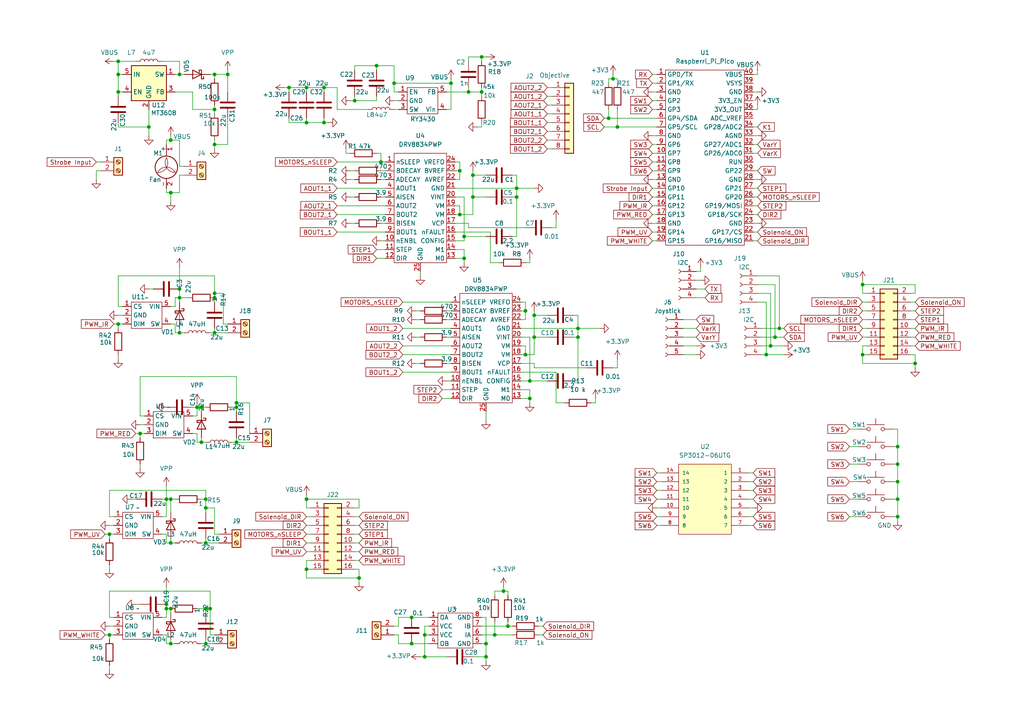
<source format=kicad_sch>
(kicad_sch (version 20231120) (generator "eeschema") (generator_version "8.0")
  (paper "A4")
  (junction (at 223.52 100.33))
  (junction (at 114.3 24.13))
  (junction (at 48.26 144.78))
  (junction (at 62.23 86.36))
  (junction (at 154.94 91.44))
  (junction (at 58.42 118.11))
  (junction (at 43.18 36.83))
  (junction (at 68.58 116.84))
  (junction (at 167.64 97.79))
  (junction (at 133.35 62.23))
  (junction (at 34.29 21.59))
  (junction (at 59.69 144.78))
  (junction (at 88.9 144.78))
  (junction (at 31.75 184.15))
  (junction (at 153.67 110.49))
  (junction (at 137.16 57.15))
  (junction (at 34.29 17.78))
  (junction (at 59.69 176.53))
  (junction (at 49.53 144.78))
  (junction (at 31.75 154.94))
  (junction (at 34.29 93.98))
  (junction (at 167.64 95.25))
  (junction (at 222.25 102.87))
  (junction (at 49.53 157.48))
  (junction (at 143.51 184.15))
  (junction (at 152.4 90.17))
  (junction (at 139.7 16.51))
  (junction (at 34.29 26.67))
  (junction (at 52.07 83.82))
  (junction (at 135.89 26.67))
  (junction (at 176.53 34.29))
  (junction (at 52.07 21.59))
  (junction (at 123.19 190.5))
  (junction (at 177.8 22.86))
  (junction (at 83.82 25.4))
  (junction (at 62.23 21.59))
  (junction (at 123.19 184.15))
  (junction (at 152.4 102.87))
  (junction (at 260.35 144.78))
  (junction (at 154.94 97.79))
  (junction (at 88.9 25.4))
  (junction (at 260.35 139.7))
  (junction (at 49.53 55.88))
  (junction (at 137.16 50.8))
  (junction (at 250.19 102.87))
  (junction (at 140.97 186.69))
  (junction (at 153.67 115.57))
  (junction (at 40.64 125.73))
  (junction (at 149.86 57.15))
  (junction (at 59.69 147.32))
  (junction (at 260.35 134.62))
  (junction (at 62.23 96.52))
  (junction (at 59.69 186.69))
  (junction (at 260.35 129.54))
  (junction (at 226.06 95.25))
  (junction (at 179.07 36.83))
  (junction (at 133.35 49.53))
  (junction (at 250.19 82.55))
  (junction (at 60.96 176.53))
  (junction (at 68.58 118.11))
  (junction (at 88.9 165.1))
  (junction (at 119.38 186.69))
  (junction (at 119.38 179.07))
  (junction (at 58.42 128.27))
  (junction (at 265.43 105.41))
  (junction (at 93.98 35.56))
  (junction (at 139.7 26.67))
  (junction (at 52.07 96.52))
  (junction (at 66.04 21.59))
  (junction (at 104.14 167.64))
  (junction (at 146.05 171.45))
  (junction (at 62.23 85.09))
  (junction (at 68.58 128.27))
  (junction (at 130.81 24.13))
  (junction (at 62.23 31.75))
  (junction (at 48.26 176.53))
  (junction (at 260.35 149.86))
  (junction (at 93.98 25.4))
  (junction (at 110.49 46.99))
  (junction (at 52.07 86.36))
  (junction (at 224.79 97.79))
  (junction (at 49.53 176.53))
  (junction (at 140.97 190.5))
  (junction (at 134.62 74.93))
  (junction (at 49.53 40.64))
  (junction (at 147.32 181.61))
  (junction (at 149.86 54.61))
  (junction (at 109.22 19.05))
  (junction (at 57.15 118.11))
  (junction (at 48.26 175.26))
  (junction (at 134.62 68.58))
  (junction (at 62.23 41.91))
  (junction (at 102.87 29.21))
  (junction (at 49.53 186.69))
  (junction (at 59.69 157.48))
  (junction (at 88.9 35.56))
  (wire (pts (xy 88.9 35.56) (xy 93.98 35.56)))
  (wire (pts (xy 48.26 179.07) (xy 48.26 176.53)))
  (wire (pts (xy 151.13 105.41) (xy 154.94 105.41)))
  (wire (pts (xy 60.96 21.59) (xy 62.23 21.59)))
  (wire (pts (xy 31.75 181.61) (xy 33.02 181.61)))
  (wire (pts (xy 115.57 179.07) (xy 119.38 179.07)))
  (wire (pts (xy 102.87 29.21) (xy 109.22 29.21)))
  (wire (pts (xy 201.93 100.33) (xy 198.12 100.33)))
  (wire (pts (xy 146.05 171.45) (xy 143.51 171.45)))
  (wire (pts (xy 133.35 59.69) (xy 133.35 62.23)))
  (wire (pts (xy 48.26 55.88) (xy 49.53 55.88)))
  (wire (pts (xy 132.08 52.07) (xy 133.35 52.07)))
  (wire (pts (xy 264.16 85.09) (xy 265.43 85.09)))
  (wire (pts (xy 134.62 69.85) (xy 132.08 69.85)))
  (wire (pts (xy 154.94 97.79) (xy 158.75 97.79)))
  (wire (pts (xy 88.9 34.29) (xy 88.9 35.56)))
  (wire (pts (xy 104.14 162.56) (xy 102.87 162.56)))
  (wire (pts (xy 34.29 95.25) (xy 34.29 93.98)))
  (wire (pts (xy 72.39 125.73) (xy 72.39 116.84)))
  (wire (pts (xy 265.43 100.33) (xy 264.16 100.33)))
  (wire (pts (xy 139.7 16.51) (xy 139.7 17.78)))
  (wire (pts (xy 58.42 118.11) (xy 59.69 118.11)))
  (wire (pts (xy 219.71 57.15) (xy 218.44 57.15)))
  (wire (pts (xy 137.16 49.53) (xy 137.16 50.8)))
  (wire (pts (xy 49.53 88.9) (xy 50.8 88.9)))
  (wire (pts (xy 115.57 181.61) (xy 115.57 179.07)))
  (wire (pts (xy 58.42 127) (xy 58.42 128.27)))
  (wire (pts (xy 101.6 29.21) (xy 102.87 29.21)))
  (wire (pts (xy 50.8 96.52) (xy 52.07 96.52)))
  (wire (pts (xy 52.07 21.59) (xy 53.34 21.59)))
  (wire (pts (xy 102.87 29.21) (xy 102.87 27.94)))
  (wire (pts (xy 120.65 97.79) (xy 121.92 97.79)))
  (wire (pts (xy 40.64 125.73) (xy 41.91 125.73)))
  (wire (pts (xy 265.43 90.17) (xy 264.16 90.17)))
  (wire (pts (xy 143.51 171.45) (xy 143.51 172.72)))
  (wire (pts (xy 167.64 95.25) (xy 173.99 95.25)))
  (wire (pts (xy 43.18 83.82) (xy 44.45 83.82)))
  (wire (pts (xy 119.38 179.07) (xy 124.46 179.07)))
  (wire (pts (xy 132.08 46.99) (xy 133.35 46.99)))
  (wire (pts (xy 60.96 184.15) (xy 60.96 176.53)))
  (wire (pts (xy 31.75 154.94) (xy 33.02 154.94)))
  (wire (pts (xy 179.07 31.75) (xy 179.07 36.83)))
  (wire (pts (xy 158.75 40.64) (xy 160.02 40.64)))
  (wire (pts (xy 203.2 81.28) (xy 201.93 81.28)))
  (wire (pts (xy 68.58 127) (xy 68.58 128.27)))
  (wire (pts (xy 57.15 176.53) (xy 59.69 176.53)))
  (wire (pts (xy 110.49 57.15) (xy 111.76 57.15)))
  (wire (pts (xy 151.13 95.25) (xy 167.64 95.25)))
  (wire (pts (xy 219.71 87.63) (xy 222.25 87.63)))
  (wire (pts (xy 62.23 186.69) (xy 59.69 186.69)))
  (wire (pts (xy 151.13 113.03) (xy 153.67 113.03)))
  (wire (pts (xy 140.97 119.38) (xy 140.97 121.92)))
  (wire (pts (xy 132.08 74.93) (xy 134.62 74.93)))
  (wire (pts (xy 50.8 144.78) (xy 49.53 144.78)))
  (wire (pts (xy 250.19 82.55) (xy 265.43 82.55)))
  (wire (pts (xy 59.69 147.32) (xy 59.69 148.59)))
  (wire (pts (xy 250.19 102.87) (xy 250.19 105.41)))
  (wire (pts (xy 62.23 33.02) (xy 62.23 31.75)))
  (wire (pts (xy 88.9 160.02) (xy 90.17 160.02)))
  (wire (pts (xy 223.52 100.33) (xy 220.98 100.33)))
  (wire (pts (xy 132.08 64.77) (xy 135.89 64.77)))
  (wire (pts (xy 158.75 25.4) (xy 160.02 25.4)))
  (wire (pts (xy 189.23 49.53) (xy 190.5 49.53)))
  (wire (pts (xy 149.86 54.61) (xy 154.94 54.61)))
  (wire (pts (xy 49.53 39.37) (xy 49.53 40.64)))
  (wire (pts (xy 59.69 142.24) (xy 59.69 144.78)))
  (wire (pts (xy 154.94 91.44) (xy 158.75 91.44)))
  (wire (pts (xy 110.49 44.45) (xy 110.49 46.99)))
  (wire (pts (xy 31.75 142.24) (xy 59.69 142.24)))
  (wire (pts (xy 171.45 116.84) (xy 172.72 116.84)))
  (wire (pts (xy 102.87 165.1) (xy 104.14 165.1)))
  (wire (pts (xy 129.54 90.17) (xy 130.81 90.17)))
  (wire (pts (xy 88.9 25.4) (xy 88.9 26.67)))
  (wire (pts (xy 218.44 142.24) (xy 217.17 142.24)))
  (wire (pts (xy 189.23 39.37) (xy 190.5 39.37)))
  (wire (pts (xy 246.38 144.78) (xy 248.92 144.78)))
  (wire (pts (xy 93.98 35.56) (xy 95.25 35.56)))
  (wire (pts (xy 189.23 46.99) (xy 190.5 46.99)))
  (wire (pts (xy 104.14 157.48) (xy 102.87 157.48)))
  (wire (pts (xy 27.94 49.53) (xy 27.94 52.07)))
  (wire (pts (xy 139.7 36.83) (xy 139.7 35.56)))
  (wire (pts (xy 129.54 105.41) (xy 130.81 105.41)))
  (wire (pts (xy 137.16 190.5) (xy 140.97 190.5)))
  (wire (pts (xy 250.19 85.09) (xy 250.19 82.55)))
  (wire (pts (xy 83.82 35.56) (xy 88.9 35.56)))
  (wire (pts (xy 265.43 85.09) (xy 265.43 82.55)))
  (wire (pts (xy 62.23 21.59) (xy 62.23 22.86)))
  (wire (pts (xy 151.13 100.33) (xy 152.4 100.33)))
  (wire (pts (xy 110.49 46.99) (xy 111.76 46.99)))
  (wire (pts (xy 190.5 142.24) (xy 191.77 142.24)))
  (wire (pts (xy 57.15 118.11) (xy 58.42 118.11)))
  (wire (pts (xy 219.71 52.07) (xy 218.44 52.07)))
  (wire (pts (xy 154.94 90.17) (xy 154.94 91.44)))
  (wire (pts (xy 222.25 87.63) (xy 222.25 102.87)))
  (wire (pts (xy 190.5 147.32) (xy 191.77 147.32)))
  (wire (pts (xy 68.58 109.22) (xy 68.58 116.84)))
  (wire (pts (xy 223.52 100.33) (xy 227.33 100.33)))
  (wire (pts (xy 149.86 68.58) (xy 149.86 57.15)))
  (wire (pts (xy 57.15 120.65) (xy 57.15 118.11)))
  (wire (pts (xy 139.7 25.4) (xy 139.7 26.67)))
  (wire (pts (xy 260.35 134.62) (xy 260.35 139.7)))
  (wire (pts (xy 116.84 87.63) (xy 130.81 87.63)))
  (wire (pts (xy 137.16 50.8) (xy 137.16 57.15)))
  (wire (pts (xy 62.23 80.01) (xy 62.23 85.09)))
  (wire (pts (xy 66.04 96.52) (xy 62.23 96.52)))
  (wire (pts (xy 149.86 50.8) (xy 149.86 54.61)))
  (wire (pts (xy 64.77 85.09) (xy 62.23 85.09)))
  (wire (pts (xy 154.94 106.68) (xy 154.94 105.41)))
  (wire (pts (xy 139.7 184.15) (xy 143.51 184.15)))
  (wire (pts (xy 175.26 36.83) (xy 179.07 36.83)))
  (wire (pts (xy 66.04 26.67) (xy 66.04 21.59)))
  (wire (pts (xy 40.64 123.19) (xy 41.91 123.19)))
  (wire (pts (xy 176.53 34.29) (xy 175.26 34.29)))
  (wire (pts (xy 116.84 107.95) (xy 130.81 107.95)))
  (wire (pts (xy 198.12 95.25) (xy 201.93 95.25)))
  (wire (pts (xy 158.75 30.48) (xy 160.02 30.48)))
  (wire (pts (xy 120.65 92.71) (xy 121.92 92.71)))
  (wire (pts (xy 142.24 67.31) (xy 142.24 76.2)))
  (wire (pts (xy 66.04 93.98) (xy 64.77 93.98)))
  (wire (pts (xy 219.71 41.91) (xy 218.44 41.91)))
  (wire (pts (xy 102.87 19.05) (xy 109.22 19.05)))
  (wire (pts (xy 34.29 88.9) (xy 35.56 88.9)))
  (wire (pts (xy 219.71 59.69) (xy 218.44 59.69)))
  (wire (pts (xy 100.33 44.45) (xy 101.6 44.45)))
  (wire (pts (xy 135.89 25.4) (xy 135.89 26.67)))
  (wire (pts (xy 29.21 49.53) (xy 27.94 49.53)))
  (wire (pts (xy 152.4 100.33) (xy 152.4 102.87)))
  (wire (pts (xy 139.7 181.61) (xy 147.32 181.61)))
  (wire (pts (xy 59.69 156.21) (xy 59.69 157.48)))
  (wire (pts (xy 219.71 39.37) (xy 218.44 39.37)))
  (wire (pts (xy 132.08 54.61) (xy 149.86 54.61)))
  (wire (pts (xy 34.29 17.78) (xy 34.29 21.59)))
  (wire (pts (xy 157.48 184.15) (xy 156.21 184.15)))
  (wire (pts (xy 48.26 170.18) (xy 48.26 175.26)))
  (wire (pts (xy 203.2 77.47) (xy 203.2 78.74)))
  (wire (pts (xy 58.42 144.78) (xy 59.69 144.78)))
  (wire (pts (xy 31.75 156.21) (xy 31.75 154.94)))
  (wire (pts (xy 147.32 181.61) (xy 148.59 181.61)))
  (wire (pts (xy 246.38 139.7) (xy 248.92 139.7)))
  (wire (pts (xy 142.24 76.2) (xy 144.78 76.2)))
  (wire (pts (xy 88.9 157.48) (xy 90.17 157.48)))
  (wire (pts (xy 189.23 54.61) (xy 190.5 54.61)))
  (wire (pts (xy 177.8 21.59) (xy 177.8 22.86)))
  (wire (pts (xy 29.21 46.99) (xy 27.94 46.99)))
  (wire (pts (xy 179.07 36.83) (xy 190.5 36.83)))
  (wire (pts (xy 34.29 26.67) (xy 34.29 21.59)))
  (wire (pts (xy 260.35 149.86) (xy 260.35 151.13)))
  (wire (pts (xy 48.26 175.26) (xy 48.26 176.53)))
  (wire (pts (xy 114.3 24.13) (xy 130.81 24.13)))
  (wire (pts (xy 68.58 118.11) (xy 68.58 119.38)))
  (wire (pts (xy 134.62 68.58) (xy 140.97 68.58)))
  (wire (pts (xy 151.13 90.17) (xy 152.4 90.17)))
  (wire (pts (xy 114.3 29.21) (xy 115.57 29.21)))
  (wire (pts (xy 52.07 95.25) (xy 52.07 96.52)))
  (wire (pts (xy 101.6 52.07) (xy 102.87 52.07)))
  (wire (pts (xy 59.69 128.27) (xy 58.42 128.27)))
  (wire (pts (xy 218.44 147.32) (xy 217.17 147.32)))
  (wire (pts (xy 55.88 118.11) (xy 57.15 118.11)))
  (wire (pts (xy 104.14 147.32) (xy 104.14 144.78)))
  (wire (pts (xy 130.81 22.86) (xy 130.81 24.13)))
  (wire (pts (xy 93.98 25.4) (xy 93.98 26.67)))
  (wire (pts (xy 114.3 184.15) (xy 115.57 184.15)))
  (wire (pts (xy 30.48 154.94) (xy 31.75 154.94)))
  (wire (pts (xy 189.23 69.85) (xy 190.5 69.85)))
  (wire (pts (xy 161.29 66.04) (xy 160.02 66.04)))
  (wire (pts (xy 59.69 176.53) (xy 59.69 177.8)))
  (wire (pts (xy 110.49 44.45) (xy 109.22 44.45)))
  (wire (pts (xy 265.43 87.63) (xy 264.16 87.63)))
  (wire (pts (xy 172.72 116.84) (xy 172.72 115.57)))
  (wire (pts (xy 219.71 21.59) (xy 218.44 21.59)))
  (wire (pts (xy 198.12 102.87) (xy 201.93 102.87)))
  (wire (pts (xy 189.23 52.07) (xy 190.5 52.07)))
  (wire (pts (xy 167.64 97.79) (xy 167.64 95.25)))
  (wire (pts (xy 148.59 68.58) (xy 149.86 68.58)))
  (wire (pts (xy 62.23 85.09) (xy 62.23 86.36)))
  (wire (pts (xy 149.86 57.15) (xy 149.86 54.61)))
  (wire (pts (xy 219.71 36.83) (xy 218.44 36.83)))
  (wire (pts (xy 204.47 86.36) (xy 201.93 86.36)))
  (wire (pts (xy 97.79 31.75) (xy 97.79 25.4)))
  (wire (pts (xy 40.64 120.65) (xy 41.91 120.65)))
  (wire (pts (xy 46.99 17.78) (xy 52.07 17.78)))
  (wire (pts (xy 31.75 171.45) (xy 60.96 171.45)))
  (wire (pts (xy 151.13 97.79) (xy 153.67 97.79)))
  (wire (pts (xy 179.07 24.13) (xy 179.07 22.86)))
  (wire (pts (xy 46.99 154.94) (xy 48.26 154.94)))
  (wire (pts (xy 120.65 90.17) (xy 121.92 90.17)))
  (wire (pts (xy 260.35 124.46) (xy 260.35 129.54)))
  (wire (pts (xy 50.8 21.59) (xy 52.07 21.59)))
  (wire (pts (xy 152.4 102.87) (xy 154.94 102.87)))
  (wire (pts (xy 135.89 17.78) (xy 135.89 16.51)))
  (wire (pts (xy 59.69 157.48) (xy 58.42 157.48)))
  (wire (pts (xy 100.33 43.18) (xy 100.33 44.45)))
  (wire (pts (xy 177.8 22.86) (xy 176.53 22.86)))
  (wire (pts (xy 201.93 97.79) (xy 198.12 97.79)))
  (wire (pts (xy 52.07 77.47) (xy 52.07 83.82)))
  (wire (pts (xy 265.43 105.41) (xy 265.43 106.68)))
  (wire (pts (xy 158.75 35.56) (xy 160.02 35.56)))
  (wire (pts (xy 40.64 109.22) (xy 40.64 120.65)))
  (wire (pts (xy 222.25 102.87) (xy 220.98 102.87)))
  (wire (pts (xy 83.82 26.67) (xy 83.82 25.4)))
  (wire (pts (xy 204.47 83.82) (xy 201.93 83.82)))
  (wire (pts (xy 222.25 102.87) (xy 227.33 102.87)))
  (wire (pts (xy 134.62 72.39) (xy 134.62 74.93)))
  (wire (pts (xy 110.49 64.77) (xy 111.76 64.77)))
  (wire (pts (xy 33.02 93.98) (xy 34.29 93.98)))
  (wire (pts (xy 153.67 76.2) (xy 152.4 76.2)))
  (wire (pts (xy 190.5 34.29) (xy 176.53 34.29)))
  (wire (pts (xy 219.71 69.85) (xy 218.44 69.85)))
  (wire (pts (xy 158.75 38.1) (xy 160.02 38.1)))
  (wire (pts (xy 151.13 92.71) (xy 152.4 92.71)))
  (wire (pts (xy 60.96 171.45) (xy 60.96 176.53)))
  (wire (pts (xy 135.89 66.04) (xy 152.4 66.04)))
  (wire (pts (xy 62.23 154.94) (xy 63.5 154.94)))
  (wire (pts (xy 133.35 62.23) (xy 132.08 62.23)))
  (wire (pts (xy 52.07 83.82) (xy 52.07 86.36)))
  (wire (pts (xy 179.07 104.14) (xy 179.07 106.68)))
  (wire (pts (xy 62.23 86.36) (xy 62.23 87.63)))
  (wire (pts (xy 82.55 25.4) (xy 83.82 25.4)))
  (wire (pts (xy 250.19 100.33) (xy 250.19 102.87)))
  (wire (pts (xy 53.34 50.8) (xy 52.07 50.8)))
  (wire (pts (xy 153.67 116.84) (xy 153.67 115.57)))
  (wire (pts (xy 49.53 93.98) (xy 50.8 93.98)))
  (wire (pts (xy 88.9 167.64) (xy 104.14 167.64)))
  (wire (pts (xy 219.71 31.75) (xy 219.71 30.48)))
  (wire (pts (xy 246.38 134.62) (xy 248.92 134.62)))
  (wire (pts (xy 53.34 96.52) (xy 52.07 96.52)))
  (wire (pts (xy 88.9 152.4) (xy 90.17 152.4)))
  (wire (pts (xy 133.35 46.99) (xy 133.35 49.53)))
  (wire (pts (xy 260.35 129.54) (xy 260.35 134.62)))
  (wire (pts (xy 124.46 181.61) (xy 123.19 181.61)))
  (wire (pts (xy 93.98 25.4) (xy 97.79 25.4)))
  (wire (pts (xy 128.27 113.03) (xy 130.81 113.03)))
  (wire (pts (xy 246.38 129.54) (xy 248.92 129.54)))
  (wire (pts (xy 116.84 100.33) (xy 130.81 100.33)))
  (wire (pts (xy 62.23 43.18) (xy 62.23 41.91)))
  (wire (pts (xy 135.89 26.67) (xy 139.7 26.67)))
  (wire (pts (xy 139.7 179.07) (xy 140.97 179.07)))
  (wire (pts (xy 147.32 171.45) (xy 147.32 172.72)))
  (wire (pts (xy 190.5 144.78) (xy 191.77 144.78)))
  (wire (pts (xy 203.2 78.74) (xy 201.93 78.74)))
  (wire (pts (xy 30.48 184.15) (xy 31.75 184.15)))
  (wire (pts (xy 189.23 62.23) (xy 190.5 62.23)))
  (wire (pts (xy 219.71 80.01) (xy 226.06 80.01)))
  (wire (pts (xy 129.54 110.49) (xy 130.81 110.49)))
  (wire (pts (xy 259.08 134.62) (xy 260.35 134.62)))
  (wire (pts (xy 132.08 57.15) (xy 134.62 57.15)))
  (wire (pts (xy 264.16 102.87) (xy 265.43 102.87)))
  (wire (pts (xy 48.26 186.69) (xy 48.26 184.15)))
  (wire (pts (xy 219.71 20.32) (xy 219.71 21.59)))
  (wire (pts (xy 265.43 95.25) (xy 264.16 95.25)))
  (wire (pts (xy 259.08 149.86) (xy 260.35 149.86)))
  (wire (pts (xy 250.19 97.79) (xy 251.46 97.79)))
  (wire (pts (xy 48.26 144.78) (xy 49.53 144.78)))
  (wire (pts (xy 143.51 180.34) (xy 143.51 184.15)))
  (wire (pts (xy 104.14 167.64) (xy 104.14 168.91)))
  (wire (pts (xy 48.26 149.86) (xy 48.26 144.78)))
  (wire (pts (xy 50.8 93.98) (xy 50.8 96.52)))
  (wire (pts (xy 34.29 93.98) (xy 35.56 93.98)))
  (wire (pts (xy 166.37 91.44) (xy 167.64 91.44)))
  (wire (pts (xy 110.49 52.07) (xy 111.76 52.07)))
  (wire (pts (xy 50.8 86.36) (xy 52.07 86.36)))
  (wire (pts (xy 34.29 17.78) (xy 39.37 17.78)))
  (wire (pts (xy 114.3 24.13) (xy 114.3 19.05)))
  (wire (pts (xy 48.26 186.69) (xy 49.53 186.69)))
  (wire (pts (xy 219.71 26.67) (xy 218.44 26.67)))
  (wire (pts (xy 43.18 31.75) (xy 43.18 36.83)))
  (wire (pts (xy 50.8 157.48) (xy 49.53 157.48)))
  (wire (pts (xy 224.79 82.55) (xy 224.79 97.79)))
  (wire (pts (xy 226.06 80.01) (xy 226.06 95.25)))
  (wire (pts (xy 137.16 62.23) (xy 133.35 62.23)))
  (wire (pts (xy 218.44 137.16) (xy 217.17 137.16)))
  (wire (pts (xy 88.9 154.94) (xy 90.17 154.94)))
  (wire (pts (xy 48.26 144.78) (xy 46.99 144.78)))
  (wire (pts (xy 250.19 95.25) (xy 251.46 95.25)))
  (wire (pts (xy 34.29 36.83) (xy 43.18 36.83)))
  (wire (pts (xy 153.67 74.93) (xy 153.67 76.2)))
  (wire (pts (xy 109.22 29.21) (xy 109.22 27.94)))
  (wire (pts (xy 189.23 59.69) (xy 190.5 59.69)))
  (wire (pts (xy 219.71 85.09) (xy 223.52 85.09)))
  (wire (pts (xy 38.1 144.78) (xy 39.37 144.78)))
  (wire (pts (xy 189.23 64.77) (xy 190.5 64.77)))
  (wire (pts (xy 72.39 116.84) (xy 68.58 116.84)))
  (wire (pts (xy 58.42 118.11) (xy 58.42 119.38)))
  (wire (pts (xy 129.54 97.79) (xy 130.81 97.79)))
  (wire (pts (xy 55.88 120.65) (xy 57.15 120.65)))
  (wire (pts (xy 31.75 142.24) (xy 31.75 149.86)))
  (wire (pts (xy 189.23 31.75) (xy 190.5 31.75)))
  (wire (pts (xy 143.51 184.15) (xy 148.59 184.15)))
  (wire (pts (xy 133.35 49.53) (xy 133.35 52.07)))
  (wire (pts (xy 50.8 26.67) (xy 55.88 26.67)))
  (wire (pts (xy 83.82 25.4) (xy 88.9 25.4)))
  (wire (pts (xy 219.71 82.55) (xy 224.79 82.55)))
  (wire (pts (xy 220.98 95.25) (xy 226.06 95.25)))
  (wire (pts (xy 101.6 57.15) (xy 102.87 57.15)))
  (wire (pts (xy 104.14 154.94) (xy 102.87 154.94)))
  (wire (pts (xy 123.19 190.5) (xy 129.54 190.5)))
  (wire (pts (xy 176.53 22.86) (xy 176.53 24.13)))
  (wire (pts (xy 66.04 41.91) (xy 62.23 41.91)))
  (wire (pts (xy 189.23 57.15) (xy 190.5 57.15)))
  (wire (pts (xy 166.37 97.79) (xy 167.64 97.79)))
  (wire (pts (xy 161.29 63.5) (xy 161.29 66.04)))
  (wire (pts (xy 62.23 147.32) (xy 62.23 154.94)))
  (wire (pts (xy 189.23 41.91) (xy 190.5 41.91)))
  (wire (pts (xy 106.68 31.75) (xy 97.79 31.75)))
  (wire (pts (xy 97.79 59.69) (xy 111.76 59.69)))
  (wire (pts (xy 154.94 106.68) (xy 170.18 106.68)))
  (wire (pts (xy 134.62 76.2) (xy 134.62 74.93)))
  (wire (pts (xy 88.9 147.32) (xy 88.9 144.78)))
  (wire (pts (xy 132.08 59.69) (xy 133.35 59.69)))
  (wire (pts (xy 39.37 125.73) (xy 40.64 125.73)))
  (wire (pts (xy 34.29 35.56) (xy 34.29 36.83)))
  (wire (pts (xy 250.19 81.28) (xy 250.19 82.55)))
  (wire (pts (xy 93.98 35.56) (xy 93.98 34.29)))
  (wire (pts (xy 152.4 87.63) (xy 152.4 90.17)))
  (wire (pts (xy 39.37 175.26) (xy 40.64 175.26)))
  (wire (pts (xy 153.67 110.49) (xy 158.75 110.49)))
  (wire (pts (xy 57.15 128.27) (xy 57.15 125.73)))
  (wire (pts (xy 123.19 184.15) (xy 123.19 190.5)))
  (wire (pts (xy 167.64 110.49) (xy 167.64 97.79)))
  (wire (pts (xy 114.3 31.75) (xy 115.57 31.75)))
  (wire (pts (xy 226.06 95.25) (xy 227.33 95.25)))
  (wire (pts (xy 97.79 62.23) (xy 111.76 62.23)))
  (wire (pts (xy 189.23 67.31) (xy 190.5 67.31)))
  (wire (pts (xy 49.53 176.53) (xy 49.53 177.8)))
  (wire (pts (xy 148.59 57.15) (xy 149.86 57.15)))
  (wire (pts (xy 97.79 67.31) (xy 111.76 67.31)))
  (wire (pts (xy 31.75 152.4) (xy 33.02 152.4)))
  (wire (pts (xy 101.6 64.77) (xy 102.87 64.77)))
  (wire (pts (xy 62.23 96.52) (xy 60.96 96.52)))
  (wire (pts (xy 49.53 55.88) (xy 52.07 55.88)))
  (wire (pts (xy 116.84 102.87) (xy 130.81 102.87)))
  (wire (pts (xy 154.94 91.44) (xy 154.94 97.79)))
  (wire (pts (xy 49.53 40.64) (xy 52.07 40.64)))
  (wire (pts (xy 31.75 165.1) (xy 31.75 163.83)))
  (wire (pts (xy 104.14 160.02) (xy 102.87 160.02)))
  (wire (pts (xy 151.13 87.63) (xy 152.4 87.63)))
  (wire (pts (xy 224.79 97.79) (xy 227.33 97.79)))
  (wire (pts (xy 248.92 149.86) (xy 246.38 149.86)))
  (wire (pts (xy 57.15 116.84) (xy 57.15 118.11)))
  (wire (pts (xy 59.69 186.69) (xy 58.42 186.69)))
  (wire (pts (xy 62.23 30.48) (xy 62.23 31.75)))
  (wire (pts (xy 135.89 16.51) (xy 139.7 16.51)))
  (wire (pts (xy 137.16 50.8) (xy 140.97 50.8)))
  (wire (pts (xy 34.29 80.01) (xy 62.23 80.01)))
  (wire (pts (xy 104.14 152.4) (xy 102.87 152.4)))
  (wire (pts (xy 139.7 186.69) (xy 140.97 186.69)))
  (wire (pts (xy 88.9 25.4) (xy 93.98 25.4)))
  (wire (pts (xy 146.05 171.45) (xy 146.05 170.18)))
  (wire (pts (xy 115.57 26.67) (xy 114.3 26.67)))
  (wire (pts (xy 119.38 186.69) (xy 124.46 186.69)))
  (wire (pts (xy 123.19 181.61) (xy 123.19 184.15)))
  (wire (pts (xy 114.3 26.67) (xy 114.3 24.13)))
  (wire (pts (xy 260.35 139.7) (xy 260.35 144.78)))
  (wire (pts (xy 259.08 129.54) (xy 260.35 129.54)))
  (wire (pts (xy 129.54 26.67) (xy 135.89 26.67)))
  (wire (pts (xy 49.53 156.21) (xy 49.53 157.48)))
  (wire (pts (xy 66.04 34.29) (xy 66.04 41.91)))
  (wire (pts (xy 40.64 135.89) (xy 40.64 134.62)))
  (wire (pts (xy 147.32 180.34) (xy 147.32 181.61)))
  (wire (pts (xy 110.49 49.53) (xy 111.76 49.53)))
  (wire (pts (xy 52.07 86.36) (xy 52.07 87.63)))
  (wire (pts (xy 88.9 144.78) (xy 104.14 144.78)))
  (wire (pts (xy 153.67 97.79) (xy 153.67 110.49)))
  (wire (pts (xy 218.44 139.7) (xy 217.17 139.7)))
  (wire (pts (xy 50.8 88.9) (xy 50.8 86.36)))
  (wire (pts (xy 260.35 144.78) (xy 260.35 149.86)))
  (wire (pts (xy 34.29 27.94) (xy 34.29 26.67)))
  (wire (pts (xy 223.52 85.09) (xy 223.52 100.33)))
  (wire (pts (xy 219.71 62.23) (xy 218.44 62.23)))
  (wire (pts (xy 265.43 102.87) (xy 265.43 105.41)))
  (wire (pts (xy 62.23 95.25) (xy 62.23 96.52)))
  (wire (pts (xy 88.9 162.56) (xy 88.9 165.1)))
  (wire (pts (xy 151.13 110.49) (xy 153.67 110.49)))
  (wire (pts (xy 67.31 118.11) (xy 68.58 118.11)))
  (wire (pts (xy 48.26 176.53) (xy 49.53 176.53)))
  (wire (pts (xy 59.69 185.42) (xy 59.69 186.69)))
  (wire (pts (xy 219.71 49.53) (xy 218.44 49.53)))
  (wire (pts (xy 218.44 149.86) (xy 217.17 149.86)))
  (wire (pts (xy 250.19 85.09) (xy 251.46 85.09)))
  (wire (pts (xy 153.67 113.03) (xy 153.67 115.57)))
  (wire (pts (xy 104.14 165.1) (xy 104.14 167.64)))
  (wire (pts (xy 265.43 92.71) (xy 264.16 92.71)))
  (wire (pts (xy 49.53 157.48) (xy 48.26 157.48)))
  (wire (pts (xy 31.75 149.86) (xy 33.02 149.86)))
  (wire (pts (xy 218.44 144.78) (xy 217.17 144.78)))
  (wire (pts (xy 48.26 54.61) (xy 48.26 55.88)))
  (wire (pts (xy 68.58 128.27) (xy 67.31 128.27)))
  (wire (pts (xy 31.75 184.15) (xy 33.02 184.15)))
  (wire (pts (xy 52.07 17.78) (xy 52.07 21.59)))
  (wire (pts (xy 88.9 143.51) (xy 88.9 144.78)))
  (wire (pts (xy 48.26 40.64) (xy 49.53 40.64)))
  (wire (pts (xy 109.22 19.05) (xy 114.3 19.05)))
  (wire (pts (xy 115.57 186.69) (xy 119.38 186.69)))
  (wire (pts (xy 218.44 54.61) (xy 219.71 54.61)))
  (wire (pts (xy 218.44 31.75) (xy 219.71 31.75)))
  (wire (pts (xy 35.56 26.67) (xy 34.29 26.67)))
  (wire (pts (xy 190.5 152.4) (xy 191.77 152.4)))
  (wire (pts (xy 52.07 86.36) (xy 54.61 86.36)))
  (wire (pts (xy 48.26 41.91) (xy 48.26 40.64)))
  (wire (pts (xy 97.79 54.61) (xy 111.76 54.61)))
  (wire (pts (xy 40.64 127) (xy 40.64 125.73)))
  (wire (pts (xy 129.54 92.71) (xy 130.81 92.71)))
  (wire (pts (xy 140.97 179.07) (xy 140.97 186.69)))
  (wire (pts (xy 140.97 190.5) (xy 140.97 191.77)))
  (wire (pts (xy 110.49 69.85) (xy 111.76 69.85)))
  (wire (pts (xy 43.18 36.83) (xy 43.18 39.37)))
  (wire (pts (xy 151.13 102.87) (xy 152.4 102.87)))
  (wire (pts (xy 219.71 64.77) (xy 218.44 64.77)))
  (wire (pts (xy 109.22 19.05) (xy 109.22 20.32)))
  (wire (pts (xy 189.23 24.13) (xy 190.5 24.13)))
  (wire (pts (xy 151.13 107.95) (xy 161.29 107.95)))
  (wire (pts (xy 218.44 67.31) (xy 219.71 67.31)))
  (wire (pts (xy 53.34 48.26) (xy 52.07 48.26)))
  (wire (pts (xy 130.81 31.75) (xy 129.54 31.75)))
  (wire (pts (xy 55.88 31.75) (xy 62.23 31.75)))
  (wire (pts (xy 88.9 165.1) (xy 88.9 167.64)))
  (wire (pts (xy 48.26 157.48) (xy 48.26 154.94)))
  (wire (pts (xy 250.19 87.63) (xy 251.46 87.63)))
  (wire (pts (xy 139.7 16.51) (xy 140.97 16.51)))
  (wire (pts (xy 48.26 140.97) (xy 48.26 144.78)))
  (wire (pts (xy 88.9 147.32) (xy 90.17 147.32)))
  (wire (pts (xy 189.23 26.67) (xy 190.5 26.67)))
  (wire (pts (xy 250.19 102.87) (xy 251.46 102.87)))
  (wire (pts (xy 55.88 125.73) (xy 57.15 125.73)))
  (wire (pts (xy 68.58 116.84) (xy 68.58 118.11)))
  (wire (pts (xy 151.13 115.57) (xy 153.67 115.57)))
  (wire (pts (xy 116.84 95.25) (xy 130.81 95.25)))
  (wire (pts (xy 49.53 144.78) (xy 49.53 148.59)))
  (wire (pts (xy 114.3 181.61) (xy 115.57 181.61)))
  (wire (pts (xy 189.23 21.59) (xy 190.5 21.59)))
  (wire (pts (xy 189.23 44.45) (xy 190.5 44.45)))
  (wire (pts (xy 34.29 91.44) (xy 35.56 91.44)))
  (wire (pts (xy 137.16 57.15) (xy 140.97 57.15)))
  (wire (pts (xy 59.69 144.78) (xy 59.69 147.32)))
  (wire (pts (xy 115.57 184.15) (xy 115.57 186.69)))
  (wire (pts (xy 130.81 24.13) (xy 130.81 31.75)))
  (wire (pts (xy 190.5 149.86) (xy 191.77 149.86)))
  (wire (pts (xy 59.69 176.53) (xy 60.96 176.53)))
  (wire (pts (xy 31.75 194.31) (xy 31.75 193.04)))
  (wire (pts (xy 52.07 55.88) (xy 52.07 50.8)))
  (wire (pts (xy 146.05 171.45) (xy 147.32 171.45)))
  (wire (pts (xy 189.23 29.21) (xy 190.5 29.21)))
  (wire (pts (xy 220.98 97.79) (xy 224.79 97.79)))
  (wire (pts (xy 52.07 40.64) (xy 52.07 48.26)))
  (wire (pts (xy 101.6 49.53) (xy 102.87 49.53)))
  (wire (pts (xy 157.48 181.61) (xy 156.21 181.61)))
  (wire (pts (xy 167.64 91.44) (xy 167.64 95.25)))
  (wire (pts (xy 46.99 179.07) (xy 48.26 179.07)))
  (wire (pts (xy 31.75 171.45) (xy 31.75 179.07)))
  (wire (pts (xy 128.27 115.57) (xy 130.81 115.57)))
  (wire (pts (xy 132.08 72.39) (xy 134.62 72.39)))
  (wire (pts (xy 97.79 46.99) (xy 110.49 46.99)))
  (wire (pts (xy 154.94 102.87) (xy 154.94 97.79)))
  (wire (pts (xy 179.07 106.68) (xy 177.8 106.68)))
  (wire (pts (xy 190.5 137.16) (xy 191.77 137.16)))
  (wire (pts (xy 49.53 185.42) (xy 49.53 186.69)))
  (wire (pts (xy 60.96 184.15) (xy 62.23 184.15)))
  (wire (pts (xy 83.82 34.29) (xy 83.82 35.56)))
  (wire (pts (xy 134.62 57.15) (xy 134.62 68.58)))
  (wire (pts (xy 104.14 149.86) (xy 102.87 149.86)))
  (wire (pts (xy 198.12 92.71) (xy 201.93 92.71)))
  (wire (pts (xy 250.19 90.17) (xy 251.46 90.17)))
  (wire (pts (xy 259.08 144.78) (xy 260.35 144.78)))
  (wire (pts (xy 218.44 152.4) (xy 217.17 152.4)))
  (wire (pts (xy 158.75 27.94) (xy 160.02 27.94)))
  (wire (pts (xy 246.38 124.46) (xy 248.92 124.46)))
  (wire (pts (xy 88.9 149.86) (xy 90.17 149.86)))
  (wire (pts (xy 31.75 179.07) (xy 33.02 179.07)))
  (wire (pts (xy 63.5 157.48) (xy 59.69 157.48)))
  (wire (pts (xy 102.87 20.32) (xy 102.87 19.05)))
  (wire (pts (xy 139.7 26.67) (xy 139.7 27.94)))
  (wire (pts (xy 250.19 92.71) (xy 251.46 92.71)))
  (wire (pts (xy 135.89 66.04) (xy 135.89 64.77)))
  (wire (pts (xy 72.39 128.27) (xy 68.58 128.27)))
  (wire (pts (xy 161.29 116.84) (xy 163.83 116.84)))
  (wire (pts (xy 259.08 139.7) (xy 260.35 139.7)))
  (wire (pts (xy 140.97 186.69) (xy 140.97 190.5)))
  (wire (pts (xy 259.08 124.46) (xy 260.35 124.46)))
  (wire (pts (xy 109.22 74.93) (xy 111.76 74.93)))
  (wire (pts (xy 132.08 67.31) (xy 142.24 67.31)))
  (wire (pts (xy 152.4 90.17) (xy 152.4 92.71)))
  (wire (pts (xy 109.22 72.39) (xy 111.76 72.39)))
  (wire (pts (xy 58.42 128.27) (xy 57.15 128.27)))
  (wire (pts (xy 88.9 162.56) (xy 90.17 162.56)))
  (wire (pts (xy 176.53 31.75) (xy 176.53 34.29)))
  (wire (pts (xy 66.04 20.32) (xy 66.04 21.59)))
  (wire (pts (xy 46.99 149.86) (xy 48.26 149.86)))
  (wire (pts (xy 31.75 185.42) (xy 31.75 184.15)))
  (wire (pts (xy 166.37 110.49) (xy 167.64 110.49)))
  (wire (pts (xy 121.92 78.74) (xy 121.92 80.01)))
  (wire (pts (xy 158.75 33.02) (xy 160.02 33.02)))
  (wire (pts (xy 102.87 147.32) (xy 104.14 147.32)))
  (wire (pts (xy 50.8 186.69) (xy 49.53 186.69)))
  (wire (pts (xy 134.62 68.58) (xy 134.62 69.85)))
  (wire (pts (xy 148.59 50.8) (xy 149.86 50.8)))
  (wire (pts (xy 137.16 57.15) (xy 137.16 62.23)))
  (wire (pts (xy 120.65 105.41) (xy 121.92 105.41)))
  (wire (pts (xy 161.29 107.95) (xy 161.29 116.84)))
  (wire (pts (xy 34.29 21.59) (xy 35.56 21.59)))
  (wire (pts (xy 219.71 44.45) (xy 218.44 44.45)))
  (wire (pts (xy 190.5 139.7) (xy 191.77 139.7)))
  (wire (pts (xy 55.88 26.67) (xy 55.88 31.75)))
  (wire (pts (xy 64.77 93.98) (xy 64.77 85.09)))
  (wire (pts (xy 48.26 184.15) (xy 46.99 184.15)))
  (wire (pts (xy 250.19 100.33) (xy 251.46 100.33)))
  (wire (pts (xy 179.07 22.86) (xy 177.8 22.86)))
  (wire (pts (xy 123.19 184.15) (xy 124.46 184.15)))
  (wire (pts (xy 88.9 165.1) (xy 90.17 165.1)))
  (wire (pts (xy 138.43 36.83) (xy 139.7 36.83)))
  (wire (pts (xy 158.75 43.18) (xy 160.02 43.18)))
  (wire (pts (xy 33.02 17.78) (xy 34.29 17.78)))
  (wire (pts (xy 66.04 21.59) (xy 62.23 21.59)))
  (wire (pts (xy 34.29 104.14) (xy 34.29 102.87)))
  (wire (pts (xy 62.23 41.91) (xy 62.23 40.64)))
  (wire (pts (xy 265.43 97.79) (xy 264.16 97.79)))
  (wire (pts (xy 121.92 190.5) (xy 123.19 190.5)))
  (wire (pts (xy 49.53 55.88) (xy 49.53 58.42)))
  (wire (pts (xy 34.29 80.01) (xy 34.29 88.9)))
  (wire (pts (xy 62.23 147.32) (xy 59.69 147.32)))
  (wire (pts (xy 40.64 109.22) (xy 68.58 109.22)))
  (wire (pts (xy 250.19 105.41) (xy 265.43 105.41)))
  (wire (pts (xy 132.08 49.53) (xy 133.35 49.53)))
  (global_label "Strobe Input" (shape input) (at 27.94 46.99 180) (property "Intersheetrefs" "${INTERSHEET_REFS}" (effects (hide yes))))
  (global_label "MOTORS_nSLEEP" (shape input) (at 219.71 57.15 0) (property "Intersheetrefs" "${INTERSHEET_REFS}" (effects (hide yes))))
  (global_label "PWM_WHITE" (shape input) (at 265.43 100.33 0) (property "Intersheetrefs" "${INTERSHEET_REFS}" (effects (hide yes))))
  (global_label "SW3" (shape input) (at 190.5 142.24 180) (property "Intersheetrefs" "${INTERSHEET_REFS}" (effects (hide yes))))
  (global_label "AOUT2_2" (shape input) (at 158.75 25.4 180) (property "Intersheetrefs" "${INTERSHEET_REFS}" (effects (hide yes))))
  (global_label "MOTORS_nSLEEP" (shape input) (at 250.19 92.71 180) (property "Intersheetrefs" "${INTERSHEET_REFS}" (effects (hide yes))))
  (global_label "BOUT2_1" (shape input) (at 158.75 38.1 180) (property "Intersheetrefs" "${INTERSHEET_REFS}" (effects (hide yes))))
  (global_label "SDA" (shape input) (at 227.33 97.79 0) (property "Intersheetrefs" "${INTERSHEET_REFS}" (effects (hide yes))))
  (global_label "DIR1" (shape input) (at 250.19 95.25 180) (property "Intersheetrefs" "${INTERSHEET_REFS}" (effects (hide yes))))
  (global_label "PWM_UV" (shape input) (at 30.48 154.94 180) (property "Intersheetrefs" "${INTERSHEET_REFS}" (effects (hide yes))))
  (global_label "BOUT1_1" (shape input) (at 97.79 67.31 180) (property "Intersheetrefs" "${INTERSHEET_REFS}" (effects (hide yes))))
  (global_label "SDA" (shape input) (at 175.26 34.29 180) (property "Intersheetrefs" "${INTERSHEET_REFS}" (effects (hide yes))))
  (global_label "Solenoid_DIR" (shape input) (at 157.48 181.61 0) (property "Intersheetrefs" "${INTERSHEET_REFS}" (effects (hide yes))))
  (global_label "BOUT2_1" (shape input) (at 97.79 62.23 180) (property "Intersheetrefs" "${INTERSHEET_REFS}" (effects (hide yes))))
  (global_label "PWM_IR" (shape input) (at 33.02 93.98 180) (property "Intersheetrefs" "${INTERSHEET_REFS}" (effects (hide yes))))
  (global_label "Solenoid_ON" (shape input) (at 104.14 149.86 0) (property "Intersheetrefs" "${INTERSHEET_REFS}" (effects (hide yes))))
  (global_label "SW4" (shape input) (at 246.38 139.7 180) (property "Intersheetrefs" "${INTERSHEET_REFS}" (effects (hide yes))))
  (global_label "AOUT2_1" (shape input) (at 97.79 59.69 180) (property "Intersheetrefs" "${INTERSHEET_REFS}" (effects (hide yes))))
  (global_label "AOUT1_1" (shape input) (at 158.75 33.02 180) (property "Intersheetrefs" "${INTERSHEET_REFS}" (effects (hide yes))))
  (global_label "PWM_WHITE" (shape input) (at 189.23 69.85 180) (property "Intersheetrefs" "${INTERSHEET_REFS}" (effects (hide yes))))
  (global_label "VarY" (shape input) (at 201.93 97.79 0) (property "Intersheetrefs" "${INTERSHEET_REFS}" (effects (hide yes))))
  (global_label "STEP1" (shape input) (at 265.43 92.71 0) (property "Intersheetrefs" "${INTERSHEET_REFS}" (effects (hide yes))))
  (global_label "SW6" (shape input) (at 246.38 149.86 180) (property "Intersheetrefs" "${INTERSHEET_REFS}" (effects (hide yes))))
  (global_label "SW6" (shape input) (at 218.44 152.4 0) (property "Intersheetrefs" "${INTERSHEET_REFS}" (effects (hide yes))))
  (global_label "SW4" (shape input) (at 218.44 144.78 0) (property "Intersheetrefs" "${INTERSHEET_REFS}" (effects (hide yes))))
  (global_label "VarY" (shape input) (at 219.71 41.91 0) (property "Intersheetrefs" "${INTERSHEET_REFS}" (effects (hide yes))))
  (global_label "SW5" (shape input) (at 189.23 46.99 180) (property "Intersheetrefs" "${INTERSHEET_REFS}" (effects (hide yes))))
  (global_label "AOUT1_2" (shape input) (at 116.84 95.25 180) (property "Intersheetrefs" "${INTERSHEET_REFS}" (effects (hide yes))))
  (global_label "TX" (shape input) (at 204.47 83.82 0) (property "Intersheetrefs" "${INTERSHEET_REFS}" (effects (hide yes))))
  (global_label "SW5" (shape input) (at 190.5 149.86 180) (property "Intersheetrefs" "${INTERSHEET_REFS}" (effects (hide yes))))
  (global_label "SW1" (shape input) (at 189.23 29.21 180) (property "Intersheetrefs" "${INTERSHEET_REFS}" (effects (hide yes))))
  (global_label "RX" (shape input) (at 189.23 21.59 180) (property "Intersheetrefs" "${INTERSHEET_REFS}" (effects (hide yes))))
  (global_label "Solenoid_DIR" (shape input) (at 219.71 69.85 0) (property "Intersheetrefs" "${INTERSHEET_REFS}" (effects (hide yes))))
  (global_label "PWM_RED" (shape input) (at 265.43 97.79 0) (property "Intersheetrefs" "${INTERSHEET_REFS}" (effects (hide yes))))
  (global_label "STEP2" (shape input) (at 265.43 90.17 0) (property "Intersheetrefs" "${INTERSHEET_REFS}" (effects (hide yes))))
  (global_label "BOUT1_2" (shape input) (at 116.84 107.95 180) (property "Intersheetrefs" "${INTERSHEET_REFS}" (effects (hide yes))))
  (global_label "Solenoid_ON" (shape input) (at 157.48 184.15 0) (property "Intersheetrefs" "${INTERSHEET_REFS}" (effects (hide yes))))
  (global_label "DIR2" (shape input) (at 128.27 115.57 180) (property "Intersheetrefs" "${INTERSHEET_REFS}" (effects (hide yes))))
  (global_label "TX" (shape input) (at 189.23 24.13 180) (property "Intersheetrefs" "${INTERSHEET_REFS}" (effects (hide yes))))
  (global_label "SW2" (shape input) (at 218.44 139.7 0) (property "Intersheetrefs" "${INTERSHEET_REFS}" (effects (hide yes))))
  (global_label "PWM_RED" (shape input) (at 189.23 62.23 180) (property "Intersheetrefs" "${INTERSHEET_REFS}" (effects (hide yes))))
  (global_label "PWM_UV" (shape input) (at 189.23 67.31 180) (property "Intersheetrefs" "${INTERSHEET_REFS}" (effects (hide yes))))
  (global_label "SW6" (shape input) (at 189.23 49.53 180) (property "Intersheetrefs" "${INTERSHEET_REFS}" (effects (hide yes))))
  (global_label "BOUT2_2" (shape input) (at 158.75 40.64 180) (property "Intersheetrefs" "${INTERSHEET_REFS}" (effects (hide yes))))
  (global_label "PWM_UV" (shape input) (at 250.19 97.79 180) (property "Intersheetrefs" "${INTERSHEET_REFS}" (effects (hide yes))))
  (global_label "SW6" (shape input) (at 190.5 152.4 180) (property "Intersheetrefs" "${INTERSHEET_REFS}" (effects (hide yes))))
  (global_label "MOTORS_nSLEEP" (shape input) (at 116.84 87.63 180) (property "Intersheetrefs" "${INTERSHEET_REFS}" (effects (hide yes))))
  (global_label "STEP2" (shape input) (at 219.71 59.69 0) (property "Intersheetrefs" "${INTERSHEET_REFS}" (effects (hide yes))))
  (global_label "AOUT2_1" (shape input) (at 158.75 30.48 180) (property "Intersheetrefs" "${INTERSHEET_REFS}" (effects (hide yes))))
  (global_label "STEP2" (shape input) (at 104.14 152.4 0) (property "Intersheetrefs" "${INTERSHEET_REFS}" (effects (hide yes))))
  (global_label "SW2" (shape input) (at 190.5 139.7 180) (property "Intersheetrefs" "${INTERSHEET_REFS}" (effects (hide yes))))
  (global_label "MOTORS_nSLEEP" (shape input) (at 97.79 46.99 180) (property "Intersheetrefs" "${INTERSHEET_REFS}" (effects (hide yes))))
  (global_label "SW2" (shape input) (at 189.23 31.75 180) (property "Intersheetrefs" "${INTERSHEET_REFS}" (effects (hide yes))))
  (global_label "AOUT1_1" (shape input) (at 97.79 54.61 180) (property "Intersheetrefs" "${INTERSHEET_REFS}" (effects (hide yes))))
  (global_label "K1" (shape input) (at 219.71 36.83 0) (property "Intersheetrefs" "${INTERSHEET_REFS}" (effects (hide yes))))
  (global_label "PWM_IR" (shape input) (at 265.43 95.25 0) (property "Intersheetrefs" "${INTERSHEET_REFS}" (effects (hide yes))))
  (global_label "AOUT1_2" (shape input) (at 158.75 27.94 180) (property "Intersheetrefs" "${INTERSHEET_REFS}" (effects (hide yes))))
  (global_label "RX" (shape input) (at 204.47 86.36 0) (property "Intersheetrefs" "${INTERSHEET_REFS}" (effects (hide yes))))
  (global_label "Solenoid_DIR" (shape input) (at 88.9 149.86 180) (property "Intersheetrefs" "${INTERSHEET_REFS}" (effects (hide yes))))
  (global_label "SW4" (shape input) (at 189.23 44.45 180) (property "Intersheetrefs" "${INTERSHEET_REFS}" (effects (hide yes))))
  (global_label "STEP1" (shape input) (at 104.14 154.94 0) (property "Intersheetrefs" "${INTERSHEET_REFS}" (effects (hide yes))))
  (global_label "SW1" (shape input) (at 218.44 137.16 0) (property "Intersheetrefs" "${INTERSHEET_REFS}" (effects (hide yes))))
  (global_label "Solenoid_DIR" (shape input) (at 250.19 87.63 180) (property "Intersheetrefs" "${INTERSHEET_REFS}" (effects (hide yes))))
  (global_label "SW5" (shape input) (at 218.44 149.86 0) (property "Intersheetrefs" "${INTERSHEET_REFS}" (effects (hide yes))))
  (global_label "SW1" (shape input) (at 190.5 137.16 180) (property "Intersheetrefs" "${INTERSHEET_REFS}" (effects (hide yes))))
  (global_label "SCL" (shape input) (at 227.33 95.25 0) (property "Intersheetrefs" "${INTERSHEET_REFS}" (effects (hide yes))))
  (global_label "Strobe Input" (shape input) (at 189.23 54.61 180) (property "Intersheetrefs" "${INTERSHEET_REFS}" (effects (hide yes))))
  (global_label "SW3" (shape input) (at 189.23 41.91 180) (property "Intersheetrefs" "${INTERSHEET_REFS}" (effects (hide yes))))
  (global_label "DIR2" (shape input) (at 219.71 62.23 0) (property "Intersheetrefs" "${INTERSHEET_REFS}" (effects (hide yes))))
  (global_label "DIR1" (shape input) (at 189.23 57.15 180) (property "Intersheetrefs" "${INTERSHEET_REFS}" (effects (hide yes))))
  (global_label "Solenoid_ON" (shape input) (at 219.71 67.31 0) (property "Intersheetrefs" "${INTERSHEET_REFS}" (effects (hide yes))))
  (global_label "SCL" (shape input) (at 175.26 36.83 180) (property "Intersheetrefs" "${INTERSHEET_REFS}" (effects (hide yes))))
  (global_label "STEP1" (shape input) (at 219.71 54.61 0) (property "Intersheetrefs" "${INTERSHEET_REFS}" (effects (hide yes))))
  (global_label "STEP1" (shape input) (at 109.22 72.39 180) (property "Intersheetrefs" "${INTERSHEET_REFS}" (effects (hide yes))))
  (global_label "DIR1" (shape input) (at 88.9 157.48 180) (property "Intersheetrefs" "${INTERSHEET_REFS}" (effects (hide yes))))
  (global_label "PWM_IR" (shape input) (at 104.14 157.48 0) (property "Intersheetrefs" "${INTERSHEET_REFS}" (effects (hide yes))))
  (global_label "MOTORS_nSLEEP" (shape input) (at 88.9 154.94 180) (property "Intersheetrefs" "${INTERSHEET_REFS}" (effects (hide yes))))
  (global_label "STEP2" (shape input) (at 128.27 113.03 180) (property "Intersheetrefs" "${INTERSHEET_REFS}" (effects (hide yes))))
  (global_label "PWM_IR" (shape input) (at 189.23 59.69 180) (property "Intersheetrefs" "${INTERSHEET_REFS}" (effects (hide yes))))
  (global_label "AOUT2_2" (shape input) (at 116.84 100.33 180) (property "Intersheetrefs" "${INTERSHEET_REFS}" (effects (hide yes))))
  (global_label "SW1" (shape input) (at 246.38 124.46 180) (property "Intersheetrefs" "${INTERSHEET_REFS}" (effects (hide yes))))
  (global_label "SW3" (shape input) (at 218.44 142.24 0) (property "Intersheetrefs" "${INTERSHEET_REFS}" (effects (hide yes))))
  (global_label "BOUT2_2" (shape input) (at 116.84 102.87 180) (property "Intersheetrefs" "${INTERSHEET_REFS}" (effects (hide yes))))
  (global_label "BOUT1_1" (shape input) (at 158.75 35.56 180) (property "Intersheetrefs" "${INTERSHEET_REFS}" (effects (hide yes))))
  (global_label "Solenoid_ON" (shape input) (at 265.43 87.63 0) (property "Intersheetrefs" "${INTERSHEET_REFS}" (effects (hide yes))))
  (global_label "BOUT1_2" (shape input) (at 158.75 43.18 180) (property "Intersheetrefs" "${INTERSHEET_REFS}" (effects (hide yes))))
  (global_label "VarX" (shape input) (at 219.71 44.45 0) (property "Intersheetrefs" "${INTERSHEET_REFS}" (effects (hide yes))))
  (global_label "PWM_RED" (shape input) (at 104.14 160.02 0) (property "Intersheetrefs" "${INTERSHEET_REFS}" (effects (hide yes))))
  (global_label "PWM_UV" (shape input) (at 88.9 160.02 180) (property "Intersheetrefs" "${INTERSHEET_REFS}" (effects (hide yes))))
  (global_label "SW2" (shape input) (at 246.38 129.54 180) (property "Intersheetrefs" "${INTERSHEET_REFS}" (effects (hide yes))))
  (global_label "SW4" (shape input) (at 190.5 144.78 180) (property "Intersheetrefs" "${INTERSHEET_REFS}" (effects (hide yes))))
  (global_label "SW3" (shape input) (at 246.38 134.62 180) (property "Intersheetrefs" "${INTERSHEET_REFS}" (effects (hide yes))))
  (global_label "DIR2" (shape input) (at 88.9 152.4 180) (property "Intersheetrefs" "${INTERSHEET_REFS}" (effects (hide yes))))
  (global_label "PWM_WHITE" (shape input) (at 30.48 184.15 180) (property "Intersheetrefs" "${INTERSHEET_REFS}" (effects (hide yes))))
  (global_label "PWM_RED" (shape input) (at 39.37 125.73 180) (property "Intersheetrefs" "${INTERSHEET_REFS}" (effects (hide yes))))
  (global_label "VarX" (shape input) (at 201.93 95.25 0) (property "Intersheetrefs" "${INTERSHEET_REFS}" (effects (hide yes))))
  (global_label "SW5" (shape input) (at 246.38 144.78 180) (property "Intersheetrefs" "${INTERSHEET_REFS}" (effects (hide yes))))
  (global_label "PWM_WHITE" (shape input) (at 104.14 162.56 0) (property "Intersheetrefs" "${INTERSHEET_REFS}" (effects (hide yes))))
  (global_label "SW" (shape input) (at 219.71 49.53 0) (property "Intersheetrefs" "${INTERSHEET_REFS}" (effects (hide yes))))
  (global_label "DIR1" (shape input) (at 109.22 74.93 180) (property "Intersheetrefs" "${INTERSHEET_REFS}" (effects (hide yes))))
  (global_label "SW" (shape input) (at 201.93 92.71 0) (property "Intersheetrefs" "${INTERSHEET_REFS}" (effects (hide yes))))
  (global_label "DIR2" (shape input) (at 250.19 90.17 180) (property "Intersheetrefs" "${INTERSHEET_REFS}" (effects (hide yes))))
  (symbol (lib_id "power:GND") (at 219.71 52.07 90) (unit 1)
    (property "Reference" "#PWR061" (effects (hide yes)))
    (property "Value" "GND" (effects (hide yes)))
  )
  (symbol (lib_id "power:GND") (at 120.65 92.71 270) (unit 1)
    (property "Reference" "#PWR036" (effects (hide yes)))
    (property "Value" "GND" (effects (hide yes)))
  )
  (symbol (lib_id "power:GND") (at 43.18 83.82 270) (unit 1)
    (property "Reference" "#PWR074" (effects (hide yes)))
    (property "Value" "GND" (effects (hide yes)))
  )
  (symbol (lib_id "Connector_Generic:Conn_02x08_Odd_Even") (at 95.25 154.94 0) (unit 1)
    (property "Reference" "J22" (at 96.52 143.51 0))
    (property "Value" "Conn_02x08_Odd_Even" (effects (hide yes)))
    (property "Footprint" "Connector_IDC:IDC-Header_2x08_P2.54mm_Vertical" (effects (hide yes)))
    (property "Description" "Generic connector, double row, 02x08, odd/even pin numbering scheme (row 1 odd numbers, row 2 even numbers), script generated (kicad-library-utils/schlib/autogen/connector/)" (effects (hide yes)))
  )
  (symbol (lib_id "power:GND") (at 62.23 43.18 0) (unit 1)
    (property "Reference" "#PWR066" (effects (hide yes)))
    (property "Value" "GND" (effects (hide yes)))
  )
  (symbol (lib_id "Device:R") (at 53.34 176.53 90) (unit 1)
    (property "Reference" "R22" (at 59.69 179.07 0) (effects (justify left)))
    (property "Value" "1" (at 57.15 177.8 0) (effects (justify left)))
    (property "Footprint" "Resistor_SMD:R_0603_1608Metric_Pad0.98x0.95mm_HandSolder" (effects (hide yes)))
  )
  (symbol (lib_id "Diode:CDBA3100-HF") (at 49.53 181.61 270) (unit 1)
    (property "Reference" "VD4" (at 44.45 185.42 90) (effects (justify left)))
    (property "Value" "CDBA3100-HF" (effects (hide yes)))
    (property "Footprint" "Diode_SMD:D_SOD-123" (effects (hide yes)))
    (property "Datasheet" "https://www.comchiptech.com/admin/files/product/CDBA340-HF%20Thru193640.%20CDBA3100-HF%20RevB.pdf" (effects (hide yes)))
  )
  (symbol (lib_id "Switch:SW_Push") (at 254 124.46 0) (unit 1)
    (property "Reference" "SW1" (at 249.174 123.19 0))
    (property "Value" "SW_Push" (effects (hide yes)))
    (property "Footprint" "Button_Switch_THT:SW_PUSH_6mm" (effects (hide yes)))
  )
  (symbol (lib_id "power:GND") (at 48.26 118.11 270) (unit 1)
    (property "Reference" "#PWR075" (effects (hide yes)))
    (property "Value" "GND" (effects (hide yes)))
  )
  (symbol (lib_id "power:VPP") (at 57.15 116.84 0) (unit 1)
    (property "Reference" "#PWR071" (effects (hide yes)))
    (property "Value" "VPP" (at 57.15 111.76 0))
    (property "Description" "Power symbol creates a global label with name \"VPP\"" (effects (hide yes)))
  )
  (symbol (lib_id "Device:C") (at 52.07 118.11 90) (unit 1)
    (property "Reference" "C14" (at 55.88 117.856 0) (effects (justify left)))
    (property "Value" "22u" (at 58.42 119.38 0) (effects (justify left)))
    (property "Footprint" "Capacitor_SMD:C_0805_2012Metric_Pad1.18x1.45mm_HandSolder" (effects (hide yes)))
  )
  (symbol (lib_id "myLib8_sym:BP1361") (at 49.53 123.19 0) (unit 1)
    (property "Reference" "U6" (at 46.482 117.856 0))
    (property "Value" "~" (at 48.895 118.11 0))
    (property "Footprint" "Package_TO_SOT_SMD:SOT-89-5" (effects (hide yes)))
  )
  (symbol (lib_id "Connector:Conn_01x04_Female") (at 214.63 82.55 0) (mirror y) (unit 1)
    (property "Reference" "J19" (at 214.63 74.93 0))
    (property "Value" "I2C" (at 215.9 77.47 0))
    (property "Footprint" "Connector_JST:JST_XH_B4B-XH-A_1x04_P2.50mm_Vertical" (effects (hide yes)))
  )
  (symbol (lib_id "Device:C") (at 48.26 83.82 90) (unit 1)
    (property "Reference" "C3" (at 52.07 83.566 0) (effects (justify left)))
    (property "Value" "22u" (at 54.61 85.09 0) (effects (justify left)))
    (property "Footprint" "Capacitor_SMD:C_0805_2012Metric_Pad1.18x1.45mm_HandSolder" (effects (hide yes)))
  )
  (symbol (lib_id "power:+3.3VP") (at 100.33 43.18 0) (unit 1)
    (property "Reference" "#PWR01" (effects (hide yes)))
    (property "Value" "+3.3VP" (at 96.52 39.37 0))
  )
  (symbol (lib_id "power:GND") (at 40.64 135.89 0) (unit 1)
    (property "Reference" "#PWR068" (effects (hide yes)))
    (property "Value" "GND" (effects (hide yes)))
  )
  (symbol (lib_id "Device:C") (at 109.22 24.13 180) (unit 1)
    (property "Reference" "C23" (at 108.712 21.844 0) (effects (justify left)))
    (property "Value" "22u" (at 113.03 26.162 0) (effects (justify left)))
    (property "Footprint" "Capacitor_SMD:C_0805_2012Metric_Pad1.18x1.45mm_HandSolder" (effects (hide yes)))
  )
  (symbol (lib_id "Device:R") (at 139.7 31.75 0) (unit 1)
    (property "Reference" "R20" (at 139.954 35.56 0) (effects (justify left)))
    (property "Value" "10k" (at 140.208 27.686 0) (effects (justify left)))
    (property "Footprint" "Resistor_SMD:R_0603_1608Metric_Pad0.98x0.95mm_HandSolder" (effects (hide yes)))
    (property "Description" "Resistor" (effects (hide yes)))
  )
  (symbol (lib_id "Device:C") (at 66.04 30.48 0) (unit 1)
    (property "Reference" "C31" (at 67.31 35.56 90) (effects (justify left)))
    (property "Value" "22u" (at 64.77 36.83 90) (effects (justify left)))
    (property "Footprint" "Capacitor_SMD:C_0603_1608Metric_Pad1.08x0.95mm_HandSolder" (effects (hide yes)))
  )
  (symbol (lib_id "Vedrofara:L9110S") (at 132.08 182.88 0) (unit 1)
    (property "Reference" "U3" (at 131.064 176.784 0))
    (property "Value" "~" (at 132.08 176.53 0))
    (property "Footprint" "Package_SO:SOIC-8_3.9x4.9mm_P1.27mm" (effects (hide yes)))
  )
  (symbol (lib_id "Device:C") (at 144.78 50.8 90) (unit 1)
    (property "Reference" "C1" (at 149.098 52.07 90) (effects (justify left)))
    (property "Value" "22u" (at 143.51 52.07 90) (effects (justify left)))
    (property "Footprint" "Capacitor_SMD:C_0805_2012Metric_Pad1.18x1.45mm_HandSolder" (effects (hide yes)))
  )
  (symbol (lib_id "Device:R") (at 106.68 57.15 90) (unit 1)
    (property "Reference" "R5" (at 96.52 57.15 90))
    (property "Value" "3.9" (at 110.49 55.88 90))
    (property "Footprint" "Resistor_SMD:R_0603_1608Metric_Pad0.98x0.95mm_HandSolder" (effects (hide yes)))
  )
  (symbol (lib_id "Device:C") (at 93.98 30.48 180) (unit 1)
    (property "Reference" "C32" (at 93.726 26.67 0) (effects (justify left)))
    (property "Value" "22u" (at 95.25 24.13 0) (effects (justify left)))
    (property "Footprint" "Capacitor_SMD:C_0805_2012Metric_Pad1.18x1.45mm_HandSolder" (effects (hide yes)))
  )
  (symbol (lib_id "Connector:Screw_Terminal_01x02") (at 77.47 125.73 0) (unit 1)
    (property "Reference" "J7" (at 77.47 121.92 0))
    (property "Value" "Screw_Terminal_01x02" (effects (hide yes)))
    (property "Footprint" "Connector_JST:JST_XH_B2B-XH-A_1x02_P2.50mm_Vertical" (effects (hide yes)))
  )
  (symbol (lib_id "power:GND") (at 189.23 39.37 270) (unit 1)
    (property "Reference" "#PWR056" (effects (hide yes)))
    (property "Value" "GND" (effects (hide yes)))
  )
  (symbol (lib_id "power:GND") (at 49.53 58.42 0) (unit 1)
    (property "Reference" "#PWR040" (effects (hide yes)))
    (property "Value" "GND" (effects (hide yes)))
  )
  (symbol (lib_id "power:GND") (at 101.6 64.77 270) (unit 1)
    (property "Reference" "#PWR020" (effects (hide yes)))
    (property "Value" "GND" (effects (hide yes)))
  )
  (symbol (lib_id "Device:C") (at 119.38 182.88 0) (unit 1)
    (property "Reference" "C27" (at 116.078 177.546 0))
    (property "Value" "0.1" (at 121.158 177.8 0))
    (property "Footprint" "Capacitor_SMD:C_0603_1608Metric_Pad1.08x0.95mm_HandSolder" (effects (hide yes)))
  )
  (symbol (lib_id "power:VBUS") (at 130.81 22.86 0) (unit 1)
    (property "Reference" "#PWR015" (effects (hide yes)))
    (property "Value" "VBUS" (at 127.508 22.352 0))
    (property "Description" "Power symbol creates a global label with name \"VBUS\"" (effects (hide yes)))
  )
  (symbol (lib_id "power:GND") (at 219.71 64.77 90) (unit 1)
    (property "Reference" "#PWR059" (effects (hide yes)))
    (property "Value" "GND" (effects (hide yes)))
  )
  (symbol (lib_id "Regulator_Switching:MT3608") (at 43.18 24.13 0) (unit 1)
    (property "Reference" "U12" (at 45.974 30.48 0))
    (property "Value" "MT3608" (at 47.498 32.766 0))
    (property "Footprint" "Package_TO_SOT_SMD:SOT-23-6" (effects (hide yes)))
    (property "Datasheet" "https://www.olimex.com/Products/Breadboarding/BB-PWR-3608/resources/MT3608.pdf" (effects (hide yes)))
    (property "Description" "High Efficiency 1.2MHz 2A Step Up Converter, 2-24V Vin, 28V Vout, 4A current limit, 1.2MHz, SOT23-6" (effects (hide yes)))
  )
  (symbol (lib_id "power:GND") (at 101.6 29.21 270) (unit 1)
    (property "Reference" "#PWR021" (effects (hide yes)))
    (property "Value" "GND" (effects (hide yes)))
  )
  (symbol (lib_id "Device:C") (at 59.69 181.61 0) (unit 1)
    (property "Reference" "C18" (at 59.944 185.42 0) (effects (justify left)))
    (property "Value" "22u" (at 58.42 187.96 0) (effects (justify left)))
    (property "Footprint" "Capacitor_SMD:C_0805_2012Metric_Pad1.18x1.45mm_HandSolder" (effects (hide yes)))
  )
  (symbol (lib_id "Device:L") (at 57.15 96.52 90) (unit 1)
    (property "Reference" "L4" (at 52.07 93.98 90))
    (property "Value" "47uH" (at 57.15 93.98 90))
    (property "Footprint" "Inductor_SMD:L_APV_ANR5045" (effects (hide yes)))
  )
  (symbol (lib_id "power:GND") (at 265.43 106.68 0) (unit 1)
    (property "Reference" "#PWR051" (effects (hide yes)))
    (property "Value" "GND" (effects (hide yes)))
  )
  (symbol (lib_id "Device:R") (at 139.7 21.59 0) (unit 1)
    (property "Reference" "R18" (at 141.478 20.828 0) (effects (justify left)))
    (property "Value" "45k" (at 139.954 25.146 0) (effects (justify left)))
    (property "Footprint" "Resistor_SMD:R_0603_1608Metric_Pad0.98x0.95mm_HandSolder" (effects (hide yes)))
    (property "Description" "Resistor" (effects (hide yes)))
  )
  (symbol (lib_id "Device:R") (at 176.53 27.94 0) (unit 1)
    (property "Reference" "R23" (at 175.26 24.13 0) (effects (justify right)))
    (property "Value" "4k7" (at 175.26 26.67 0) (effects (justify right)))
    (property "Footprint" "Resistor_SMD:R_0603_1608Metric_Pad0.98x0.95mm_HandSolder" (effects (hide yes)))
  )
  (symbol (lib_id "power:+3.3VP") (at 140.97 16.51 270) (unit 1)
    (property "Reference" "#PWR038" (effects (hide yes)))
    (property "Value" "+3.3VP" (at 141.224 18.542 90) (effects (justify left)))
  )
  (symbol (lib_id "power:+3.3VP") (at 137.16 49.53 0) (unit 1)
    (property "Reference" "#PWR07" (effects (hide yes)))
    (property "Value" "+3.3VP" (at 140.97 46.99 0))
  )
  (symbol (lib_id "power:GND") (at 31.75 194.31 0) (unit 1)
    (property "Reference" "#PWR050" (effects (hide yes)))
    (property "Value" "GND" (effects (hide yes)))
  )
  (symbol (lib_id "Device:C") (at 133.35 190.5 270) (unit 1)
    (property "Reference" "C28" (at 136.652 189.23 90))
    (property "Value" "0.1" (at 135.89 191.77 90))
    (property "Footprint" "Capacitor_SMD:C_0603_1608Metric_Pad1.08x0.95mm_HandSolder" (effects (hide yes)))
  )
  (symbol (lib_id "Diode:CDBA3100-HF") (at 52.07 91.44 270) (unit 1)
    (property "Reference" "VD1" (at 46.736 96.266 90) (effects (justify left)))
    (property "Value" "CDBA3100-HF" (effects (hide yes)))
    (property "Footprint" "Diode_SMD:D_SOD-123" (effects (hide yes)))
    (property "Datasheet" "https://www.comchiptech.com/admin/files/product/CDBA340-HF%20Thru193640.%20CDBA3100-HF%20RevB.pdf" (effects (hide yes)))
  )
  (symbol (lib_id "power:VBUS") (at 33.02 17.78 90) (unit 1)
    (property "Reference" "#PWR067" (effects (hide yes)))
    (property "Value" "VBUS" (at 31.75 15.24 90))
    (property "Description" "Power symbol creates a global label with name \"VBUS\"" (effects (hide yes)))
  )
  (symbol (lib_id "power:VPP") (at 66.04 20.32 0) (unit 1)
    (property "Reference" "#PWR062" (effects (hide yes)))
    (property "Value" "VPP" (at 66.04 15.24 0))
    (property "Description" "Power symbol creates a global label with name \"VPP\"" (effects (hide yes)))
  )
  (symbol (lib_id "power:GND") (at 27.94 52.07 0) (unit 1)
    (property "Reference" "#PWR02" (effects (hide yes)))
    (property "Value" "GND" (effects (hide yes)))
  )
  (symbol (lib_id "myLib8_sym:BP1361") (at 40.64 181.61 0) (unit 1)
    (property "Reference" "U8" (at 37.592 176.276 0))
    (property "Value" "~" (at 40.005 176.53 0))
    (property "Footprint" "Package_TO_SOT_SMD:SOT-89-5" (effects (hide yes)))
  )
  (symbol (lib_id "Device:C") (at 59.69 152.4 0) (unit 1)
    (property "Reference" "C16" (at 59.944 156.21 0) (effects (justify left)))
    (property "Value" "22u" (at 58.42 158.75 0) (effects (justify left)))
    (property "Footprint" "Capacitor_SMD:C_0805_2012Metric_Pad1.18x1.45mm_HandSolder" (effects (hide yes)))
  )
  (symbol (lib_id "Device:C") (at 102.87 24.13 0) (unit 1)
    (property "Reference" "C22" (at 98.552 21.59 0) (effects (justify left)))
    (property "Value" "22u" (at 103.124 26.67 0) (effects (justify left)))
    (property "Footprint" "Capacitor_SMD:C_0805_2012Metric_Pad1.18x1.45mm_HandSolder" (effects (hide yes)))
  )
  (symbol (lib_id "Device:L") (at 54.61 157.48 90) (unit 1)
    (property "Reference" "L3" (at 49.53 154.94 90))
    (property "Value" "47uH" (at 54.61 154.94 90))
    (property "Footprint" "Inductor_SMD:L_APV_ANR5045" (effects (hide yes)))
  )
  (symbol (lib_id "Device:R") (at 125.73 105.41 90) (unit 1)
    (property "Reference" "R12" (at 115.57 105.41 90))
    (property "Value" "3.9" (at 129.54 104.14 90))
    (property "Footprint" "Resistor_SMD:R_0603_1608Metric_Pad0.98x0.95mm_HandSolder" (effects (hide yes)))
  )
  (symbol (lib_id "Connector_Generic:Conn_02x08_Odd_Even") (at 256.54 92.71 0) (unit 1)
    (property "Reference" "J21" (at 257.81 81.28 0))
    (property "Value" "Conn_02x08_Odd_Even" (effects (hide yes)))
    (property "Footprint" "Connector_IDC:IDC-Header_2x08_P2.54mm_Vertical" (effects (hide yes)))
    (property "Description" "Generic connector, double row, 02x08, odd/even pin numbering scheme (row 1 odd numbers, row 2 even numbers), script generated (kicad-library-utils/schlib/autogen/connector/)" (effects (hide yes)))
  )
  (symbol (lib_id "Device:R") (at 62.23 26.67 0) (unit 1)
    (property "Reference" "R50" (at 57.404 25.146 0) (effects (justify left)))
    (property "Value" "100k" (at 59.182 28.194 0) (effects (justify left)))
    (property "Footprint" "Resistor_SMD:R_0603_1608Metric_Pad0.98x0.95mm_HandSolder" (effects (hide yes)))
    (property "Description" "Resistor" (effects (hide yes)))
  )
  (symbol (lib_id "power:VBUS") (at 250.19 81.28 0) (unit 1)
    (property "Reference" "#PWR049" (effects (hide yes)))
    (property "Value" "VBUS" (at 246.634 79.756 0))
    (property "Description" "Power symbol creates a global label with name \"VBUS\"" (effects (hide yes)))
  )
  (symbol (lib_id "Shield_Emergent:Raspberri_Pi_Pico") (at 204.47 33.02 0) (unit 1)
    (property "Reference" "U1" (at 204.47 15.24 0))
    (property "Value" "Raspberri_Pi_Pico" (at 204.47 17.78 0))
    (property "Footprint" "My_8_lib_pretty:RP2040-LCD-0.96" (effects (hide yes)))
  )
  (symbol (lib_id "power:GND") (at 101.6 49.53 270) (unit 1)
    (property "Reference" "#PWR09" (effects (hide yes)))
    (property "Value" "GND" (effects (hide yes)))
  )
  (symbol (lib_id "Device:R") (at 54.61 144.78 90) (unit 1)
    (property "Reference" "R15" (at 64.008 145.034 90) (effects (justify left)))
    (property "Value" "1" (at 58.928 146.05 90) (effects (justify left)))
    (property "Footprint" "Resistor_SMD:R_0603_1608Metric_Pad0.98x0.95mm_HandSolder" (effects (hide yes)))
  )
  (symbol (lib_id "power:GND") (at 95.25 35.56 90) (unit 1)
    (property "Reference" "#PWR024" (effects (hide yes)))
    (property "Value" "GND" (effects (hide yes)))
  )
  (symbol (lib_id "Device:L") (at 110.49 31.75 90) (unit 1)
    (property "Reference" "L8" (at 107.442 33.274 90))
    (property "Value" "4u7" (at 110.49 33.274 90))
    (property "Footprint" "Inductor_SMD:L_Chilisin_BMRx00040412" (effects (hide yes)))
  )
  (symbol (lib_id "power:GND") (at 189.23 26.67 270) (unit 1)
    (property "Reference" "#PWR055" (effects (hide yes)))
    (property "Value" "GND" (effects (hide yes)))
  )
  (symbol (lib_id "power:GND") (at 129.54 110.49 270) (unit 1)
    (property "Reference" "#PWR046" (effects (hide yes)))
    (property "Value" "GND" (effects (hide yes)))
  )
  (symbol (lib_id "power:+3.3VP") (at 172.72 115.57 0) (unit 1)
    (property "Reference" "#PWR011" (effects (hide yes)))
    (property "Value" "+3.3VP" (at 176.53 113.284 0))
  )
  (symbol (lib_id "power:GND") (at 219.71 26.67 90) (unit 1)
    (property "Reference" "#PWR079" (effects (hide yes)))
    (property "Value" "GND" (effects (hide yes)))
  )
  (symbol (lib_id "Device:L") (at 54.61 186.69 90) (unit 1)
    (property "Reference" "L2" (at 49.53 184.15 90))
    (property "Value" "47uH" (at 54.61 184.15 90))
    (property "Footprint" "Inductor_SMD:L_APV_ANR5045" (effects (hide yes)))
  )
  (symbol (lib_id "power:+3.3VP") (at 82.55 25.4 90) (unit 1)
    (property "Reference" "#PWR029" (effects (hide yes)))
    (property "Value" "+3.3VP" (at 79.756 27.432 90))
  )
  (symbol (lib_id "power:GND") (at 114.3 29.21 270) (unit 1)
    (property "Reference" "#PWR013" (effects (hide yes)))
    (property "Value" "GND" (effects (hide yes)))
  )
  (symbol (lib_id "power:+3.3VP") (at 153.67 74.93 0) (unit 1)
    (property "Reference" "#PWR05" (effects (hide yes)))
    (property "Value" "+3.3VP" (at 149.86 71.12 0))
  )
  (symbol (lib_id "Device:R") (at 106.68 64.77 90) (unit 1)
    (property "Reference" "R7" (at 96.52 64.77 90))
    (property "Value" "3.9" (at 110.49 63.5 90))
    (property "Footprint" "Resistor_SMD:R_0603_1608Metric_Pad0.98x0.95mm_HandSolder" (effects (hide yes)))
  )
  (symbol (lib_id "Device:C") (at 34.29 31.75 0) (unit 1)
    (property "Reference" "C30" (at 35.56 36.83 90) (effects (justify left)))
    (property "Value" "22u" (at 33.02 38.1 90) (effects (justify left)))
    (property "Footprint" "Capacitor_SMD:C_0603_1608Metric_Pad1.08x0.95mm_HandSolder" (effects (hide yes)))
  )
  (symbol (lib_id "Connector:Screw_Terminal_01x02") (at 67.31 184.15 0) (unit 1)
    (property "Reference" "J12" (at 67.31 180.34 0))
    (property "Value" "Screw_Terminal_01x02" (effects (hide yes)))
    (property "Footprint" "Connector_JST:JST_XH_B2B-XH-A_1x02_P2.50mm_Vertical" (effects (hide yes)))
  )
  (symbol (lib_id "power:GND") (at 189.23 64.77 270) (unit 1)
    (property "Reference" "#PWR058" (effects (hide yes)))
    (property "Value" "GND" (effects (hide yes)))
  )
  (symbol (lib_id "Connector:Screw_Terminal_01x02") (at 34.29 46.99 0) (unit 1)
    (property "Reference" "J1" (at 34.29 43.18 0))
    (property "Value" "Screw_Terminal_01x02" (effects (hide yes)))
    (property "Footprint" "Connector_JST:JST_XH_B2B-XH-A_1x02_P2.50mm_Vertical" (effects (hide yes)))
  )
  (symbol (lib_id "power:VPP") (at 52.07 77.47 0) (unit 1)
    (property "Reference" "#PWR070" (effects (hide yes)))
    (property "Value" "VPP" (at 52.07 72.39 0))
    (property "Description" "Power symbol creates a global label with name \"VPP\"" (effects (hide yes)))
  )
  (symbol (lib_id "myLib8:SP3012-06UTG") (at 204.47 144.78 0) (mirror y) (unit 1)
    (property "Reference" "U2" (at 204.47 129.54 0))
    (property "Value" "SP3012-06UTG" (at 204.47 132.08 0))
    (property "Footprint" "Package_DFN_QFN:DFN-14_1.35x3.5mm_P0.5mm" (effects (hide yes)))
    (property "B_NOM" "0.2" (effects (hide yes)))
    (property "D_MAX" "3.6" (effects (hide yes)))
    (property "A_MAX" "0.55" (effects (hide yes)))
    (property "B_MIN" "0.15" (effects (hide yes)))
    (property "Check_prices" "https://www.snapeda.com/parts/SP3012-06UTG/Ersa/view-part/?ref=eda" (effects (hide yes)))
    (property "B_MAX" "0.25" (effects (hide yes)))
    (property "Description_1" "\nESD Suppressor Diode Array Uni-Dir 5V Automotive 14-Pin UDFN T/R\n" (effects (hide yes)))
    (property "Price" "None" (effects (hide yes)))
    (property "ENOM" "0.5" (effects (hide yes)))
    (property "D_NOM" "3.5" (effects (hide yes)))
    (property "L_MAX" "0.35" (effects (hide yes)))
    (property "Package" "None" (effects (hide yes)))
    (property "E2_NOM" "0.0" (effects (hide yes)))
    (property "D2_NOM" "0.0" (effects (hide yes)))
    (property "PARTREV" "02/23/17" (effects (hide yes)))
    (property "SnapEDA_Link" "https://www.snapeda.com/parts/SP3012-06UTG/Ersa/view-part/?ref=snap" (effects (hide yes)))
    (property "E_NOM" "1.35" (effects (hide yes)))
    (property "STANDARD" "IPC 7351B" (effects (hide yes)))
    (property "PIN_COUNT" "14.0" (effects (hide yes)))
    (property "L_NOM" "0.3" (effects (hide yes)))
    (property "MANUFACTURER" "Littelfuse" (effects (hide yes)))
    (property "MF" "Littelfuse" (effects (hide yes)))
    (property "MAXIMUM_PACKAGE_HEIGHT" "0.55mm" (effects (hide yes)))
    (property "E_MIN" "1.25" (effects (hide yes)))
    (property "D_MIN" "3.4" (effects (hide yes)))
    (property "MP" "SP3012-06UTG" (effects (hide yes)))
    (property "L_MIN" "0.25" (effects (hide yes)))
    (property "Availability" "In Stock" (effects (hide yes)))
    (property "E_MAX" "1.45" (effects (hide yes)))
  )
  (symbol (lib_id "power:GND") (at 101.6 52.07 270) (unit 1)
    (property "Reference" "#PWR010" (effects (hide yes)))
    (property "Value" "GND" (effects (hide yes)))
  )
  (symbol (lib_id "power:GND") (at 190.5 147.32 270) (unit 1)
    (property "Reference" "#PWR017" (effects (hide yes)))
    (property "Value" "GND" (effects (hide yes)))
  )
  (symbol (lib_id "power:GND") (at 218.44 147.32 90) (unit 1)
    (property "Reference" "#PWR018" (effects (hide yes)))
    (property "Value" "GND" (effects (hide yes)))
  )
  (symbol (lib_id "power:GND") (at 120.65 105.41 270) (unit 1)
    (property "Reference" "#PWR042" (effects (hide yes)))
    (property "Value" "GND" (effects (hide yes)))
  )
  (symbol (lib_id "power:GND") (at 31.75 165.1 0) (unit 1)
    (property "Reference" "#PWR053" (effects (hide yes)))
    (property "Value" "GND" (effects (hide yes)))
  )
  (symbol (lib_id "Device:C") (at 83.82 30.48 0) (unit 1)
    (property "Reference" "C26" (at 84.074 34.29 0) (effects (justify left)))
    (property "Value" "22u" (at 79.756 33.02 0) (effects (justify left)))
    (property "Footprint" "Capacitor_SMD:C_0805_2012Metric_Pad1.18x1.45mm_HandSolder" (effects (hide yes)))
  )
  (symbol (lib_id "Device:R") (at 143.51 176.53 0) (unit 1)
    (property "Reference" "R40" (at 140.208 174.244 0))
    (property "Value" "10k" (at 140.462 176.276 0))
    (property "Footprint" "Resistor_SMD:R_0603_1608Metric_Pad0.98x0.95mm_HandSolder" (effects (hide yes)))
  )
  (symbol (lib_id "power:GND") (at 38.1 144.78 270) (unit 1)
    (property "Reference" "#PWR077" (effects (hide yes)))
    (property "Value" "GND" (effects (hide yes)))
  )
  (symbol (lib_id "Device:R") (at 62.23 36.83 0) (unit 1)
    (property "Reference" "R51" (at 57.658 33.528 0) (effects (justify left)))
    (property "Value" "10k" (at 58.928 35.814 0) (effects (justify left)))
    (property "Footprint" "Resistor_SMD:R_0603_1608Metric_Pad0.98x0.95mm_HandSolder" (effects (hide yes)))
    (property "Description" "Resistor" (effects (hide yes)))
  )
  (symbol (lib_id "Device:C") (at 43.18 144.78 90) (unit 1)
    (property "Reference" "C17" (at 41.402 143.764 90) (effects (justify left)))
    (property "Value" "22u" (at 48.26 146.05 90) (effects (justify left)))
    (property "Footprint" "Capacitor_SMD:C_0805_2012Metric_Pad1.18x1.45mm_HandSolder" (effects (hide yes)))
  )
  (symbol (lib_id "Switch:SW_Push") (at 254 129.54 0) (unit 1)
    (property "Reference" "SW2" (at 249.174 128.27 0))
    (property "Value" "SW_Push" (effects (hide yes)))
    (property "Footprint" "Button_Switch_THT:SW_PUSH_6mm" (effects (hide yes)))
  )
  (symbol (lib_id "Connector:Screw_Terminal_01x02") (at 71.12 93.98 0) (unit 1)
    (property "Reference" "J18" (at 71.12 90.17 0))
    (property "Value" "Screw_Terminal_01x02" (effects (hide yes)))
    (property "Footprint" "Connector_JST:JST_XH_B2B-XH-A_1x02_P2.50mm_Vertical" (effects (hide yes)))
  )
  (symbol (lib_id "Device:R") (at 152.4 181.61 270) (unit 1)
    (property "Reference" "R19" (at 151.384 179.324 90))
    (property "Value" "1k" (at 156.464 179.578 90))
    (property "Footprint" "Resistor_SMD:R_0603_1608Metric_Pad0.98x0.95mm_HandSolder" (effects (hide yes)))
  )
  (symbol (lib_id "power:+3.3V") (at 203.2 77.47 0) (unit 1)
    (property "Reference" "#PWR08" (effects (hide yes)))
    (property "Value" "+3V3" (at 207.01 76.2 0))
  )
  (symbol (lib_id "Device:C") (at 135.89 21.59 0) (unit 1)
    (property "Reference" "C2" (at 133.604 18.034 0))
    (property "Value" "1n" (at 134.62 24.13 0))
    (property "Footprint" "Capacitor_SMD:C_0603_1608Metric_Pad1.08x0.95mm_HandSolder" (effects (hide yes)))
  )
  (symbol (lib_id "Connector:Conn_01x05_Female") (at 193.04 97.79 0) (mirror y) (unit 1)
    (property "Reference" "J6" (at 193.675 87.63 0))
    (property "Value" "Joystick" (at 193.675 90.17 0))
    (property "Footprint" "Connector_JST:JST_XH_B5B-XH-A_1x05_P2.50mm_Vertical" (effects (hide yes)))
  )
  (symbol (lib_id "Device:R") (at 179.07 27.94 0) (unit 1)
    (property "Reference" "R21" (at 182.88 24.13 0) (effects (justify right)))
    (property "Value" "4k7" (at 184.15 26.67 0) (effects (justify right)))
    (property "Footprint" "Resistor_SMD:R_0603_1608Metric_Pad0.98x0.95mm_HandSolder" (effects (hide yes)))
  )
  (symbol (lib_id "Shield_Emergent:DRV8834PWP") (at 121.92 60.96 0) (unit 1)
    (property "Reference" "U4" (at 121.92 39.37 0))
    (property "Value" "DRV8834PWP" (at 121.92 41.91 0))
    (property "Footprint" "Vedro:DRV8834PWP" (effects (hide yes)))
  )
  (symbol (lib_id "Switch:SW_Push") (at 254 139.7 0) (unit 1)
    (property "Reference" "SW4" (at 249.428 138.43 0))
    (property "Value" "SW_Push" (effects (hide yes)))
    (property "Footprint" "Button_Switch_THT:SW_PUSH_6mm" (effects (hide yes)))
  )
  (symbol (lib_id "power:GND") (at 140.97 121.92 0) (unit 1)
    (property "Reference" "#PWR048" (effects (hide yes)))
    (property "Value" "GND" (effects (hide yes)))
  )
  (symbol (lib_id "power:GND") (at 173.99 95.25 90) (unit 1)
    (property "Reference" "#PWR037" (effects (hide yes)))
    (property "Value" "GND" (effects (hide yes)))
  )
  (symbol (lib_id "Device:R") (at 31.75 189.23 0) (unit 1)
    (property "Reference" "R45" (at 27.94 187.706 0))
    (property "Value" "10k" (at 28.448 191.008 0))
    (property "Footprint" "Resistor_SMD:R_0603_1608Metric_Pad0.98x0.95mm_HandSolder" (effects (hide yes)))
  )
  (symbol (lib_id "Device:C") (at 144.78 57.15 270) (unit 1)
    (property "Reference" "C5" (at 147.32 55.88 90))
    (property "Value" "0.1" (at 147.32 58.42 90))
    (property "Footprint" "Capacitor_SMD:C_0603_1608Metric_Pad1.08x0.95mm_HandSolder" (effects (hide yes)))
  )
  (symbol (lib_id "Device:C") (at 162.56 91.44 90) (unit 1)
    (property "Reference" "C4" (at 166.37 92.71 90) (effects (justify left)))
    (property "Value" "22u" (at 161.036 92.964 90) (effects (justify left)))
    (property "Footprint" "Capacitor_SMD:C_0805_2012Metric_Pad1.18x1.45mm_HandSolder" (effects (hide yes)))
  )
  (symbol (lib_id "Device:R") (at 106.68 49.53 90) (unit 1)
    (property "Reference" "R2" (at 96.52 49.53 90))
    (property "Value" "470" (at 110.49 48.26 90))
    (property "Footprint" "Resistor_SMD:R_0603_1608Metric_Pad0.98x0.95mm_HandSolder" (effects (hide yes)))
  )
  (symbol (lib_id "Switch:SW_Push") (at 254 149.86 0) (unit 1)
    (property "Reference" "SW6" (at 249.174 148.844 0))
    (property "Value" "SW_Push" (effects (hide yes)))
    (property "Footprint" "Button_Switch_THT:SW_PUSH_6mm" (effects (hide yes)))
  )
  (symbol (lib_id "Device:C") (at 44.45 175.26 90) (unit 1)
    (property "Reference" "C19" (at 48.26 175.006 0) (effects (justify left)))
    (property "Value" "22u" (at 50.8 176.53 0) (effects (justify left)))
    (property "Footprint" "Capacitor_SMD:C_0805_2012Metric_Pad1.18x1.45mm_HandSolder" (effects (hide yes)))
  )
  (symbol (lib_id "power:+3.3VP") (at 161.29 63.5 0) (unit 1)
    (property "Reference" "#PWR019" (effects (hide yes)))
    (property "Value" "+3.3VP" (at 157.48 59.69 0))
  )
  (symbol (lib_id "power:+3.3VP") (at 179.07 104.14 0) (unit 1)
    (property "Reference" "#PWR041" (effects (hide yes)))
    (property "Value" "+3.3VP" (at 179.07 99.06 0))
  )
  (symbol (lib_id "Device:R") (at 105.41 44.45 90) (unit 1)
    (property "Reference" "R1" (at 103.632 42.418 90) (effects (justify left)))
    (property "Value" "47k" (at 107.696 42.418 90) (effects (justify left)))
    (property "Footprint" "Resistor_SMD:R_0603_1608Metric_Pad0.98x0.95mm_HandSolder" (effects (hide yes)))
  )
  (symbol (lib_id "power:+3.3V") (at 219.71 30.48 0) (unit 1)
    (property "Reference" "#PWR081" (effects (hide yes)))
    (property "Value" "+3V3" (at 223.52 29.21 0))
  )
  (symbol (lib_id "power:+3.3VP") (at 154.94 90.17 0) (unit 1)
    (property "Reference" "#PWR033" (effects (hide yes)))
    (property "Value" "+3.3VP" (at 159.004 88.138 0))
  )
  (symbol (lib_id "power:GND") (at 39.37 175.26 270) (unit 1)
    (property "Reference" "#PWR076" (effects (hide yes)))
    (property "Value" "GND" (effects (hide yes)))
  )
  (symbol (lib_id "power:GND") (at 34.29 91.44 270) (unit 1)
    (property "Reference" "#PWR032" (effects (hide yes)))
    (property "Value" "GND" (effects (hide yes)))
  )
  (symbol (lib_id "Shield_Emergent:DRV8834PWP") (at 140.97 101.6 0) (unit 1)
    (property "Reference" "U5" (at 138.43 81.28 0))
    (property "Value" "DRV8834PWP" (at 140.97 83.82 0))
    (property "Footprint" "Vedro:DRV8834PWP" (effects (hide yes)))
  )
  (symbol (lib_id "myLib8_sym:BP1361") (at 43.18 91.44 0) (unit 1)
    (property "Reference" "U11" (at 40.132 86.106 0))
    (property "Value" "~" (at 42.545 86.36 0))
    (property "Footprint" "Package_TO_SOT_SMD:SOT-89-5" (effects (hide yes)))
  )
  (symbol (lib_id "Switch:SW_Push") (at 254 144.78 0) (unit 1)
    (property "Reference" "SW5" (at 249.174 143.764 0))
    (property "Value" "SW_Push" (effects (hide yes)))
    (property "Footprint" "Button_Switch_THT:SW_PUSH_6mm" (effects (hide yes)))
  )
  (symbol (lib_id "myLib8_sym:BP1361") (at 40.64 152.4 0) (unit 1)
    (property "Reference" "U7" (at 37.592 147.066 0))
    (property "Value" "~" (at 40.005 147.32 0))
    (property "Footprint" "Package_TO_SOT_SMD:SOT-89-5" (effects (hide yes)))
  )
  (symbol (lib_id "Device:C") (at 156.21 66.04 90) (unit 1)
    (property "Reference" "C7" (at 153.67 64.77 90))
    (property "Value" "0.01" (at 160.02 68.58 90))
    (property "Footprint" "Capacitor_SMD:C_0603_1608Metric_Pad1.08x0.95mm_HandSolder" (effects (hide yes)))
  )
  (symbol (lib_id "power:VBUS") (at 219.71 20.32 0) (unit 1)
    (property "Reference" "#PWR082" (effects (hide yes)))
    (property "Value" "VBUS" (at 216.154 18.796 0))
    (property "Description" "Power symbol creates a global label with name \"VBUS\"" (effects (hide yes)))
  )
  (symbol (lib_id "power:GND") (at 138.43 36.83 270) (unit 1)
    (property "Reference" "#PWR045" (effects (hide yes)))
    (property "Value" "GND" (effects (hide yes)))
  )
  (symbol (lib_id "power:GND") (at 31.75 181.61 270) (unit 1)
    (property "Reference" "#PWR043" (effects (hide yes)))
    (property "Value" "GND" (effects (hide yes)))
  )
  (symbol (lib_id "Device:C") (at 162.56 110.49 90) (unit 1)
    (property "Reference" "C12" (at 158.75 109.22 90))
    (property "Value" "2.2" (at 165.1 111.76 90))
    (property "Footprint" "Capacitor_SMD:C_0603_1608Metric_Pad1.08x0.95mm_HandSolder" (effects (hide yes)))
  )
  (symbol (lib_id "Device:C") (at 144.78 68.58 90) (unit 1)
    (property "Reference" "C8" (at 144.78 64.77 90))
    (property "Value" "2.2" (at 147.32 69.85 90))
    (property "Footprint" "Capacitor_SMD:C_0603_1608Metric_Pad1.08x0.95mm_HandSolder" (effects (hide yes)))
  )
  (symbol (lib_id "Device:R") (at 147.32 176.53 0) (unit 1)
    (property "Reference" "R41" (at 150.876 174.244 0))
    (property "Value" "10k" (at 150.622 176.276 0))
    (property "Footprint" "Resistor_SMD:R_0603_1608Metric_Pad0.98x0.95mm_HandSolder" (effects (hide yes)))
  )
  (symbol (lib_id "Device:R") (at 58.42 86.36 90) (unit 1)
    (property "Reference" "R14" (at 64.77 88.9 0) (effects (justify left)))
    (property "Value" "1" (at 62.23 87.63 0) (effects (justify left)))
    (property "Footprint" "Resistor_SMD:R_0603_1608Metric_Pad0.98x0.95mm_HandSolder" (effects (hide yes)))
  )
  (symbol (lib_id "power:VBUS") (at 49.53 39.37 0) (unit 1)
    (property "Reference" "#PWR03" (effects (hide yes)))
    (property "Value" "VBUS" (at 52.832 39.624 0))
    (property "Description" "Power symbol creates a global label with name \"VBUS\"" (effects (hide yes)))
  )
  (symbol (lib_id "Device:C") (at 162.56 97.79 90) (unit 1)
    (property "Reference" "C10" (at 158.75 96.52 90))
    (property "Value" "0.1" (at 165.1 96.52 90))
    (property "Footprint" "Capacitor_SMD:C_0603_1608Metric_Pad1.08x0.95mm_HandSolder" (effects (hide yes)))
  )
  (symbol (lib_id "Device:R") (at 106.68 52.07 90) (unit 1)
    (property "Reference" "R4" (at 96.52 52.07 90))
    (property "Value" "470" (at 110.49 50.8 90))
    (property "Footprint" "Resistor_SMD:R_0603_1608Metric_Pad0.98x0.95mm_HandSolder" (effects (hide yes)))
  )
  (symbol (lib_id "myLib8_sym:RY3430") (at 123.19 29.21 0) (unit 1)
    (property "Reference" "U9" (at 118.872 22.606 0))
    (property "Value" "RY3430" (at 122.682 34.544 0))
    (property "Footprint" "Package_TO_SOT_SMD:SOT-23-5" (effects (hide yes)))
  )
  (symbol (lib_id "power:VPP") (at 48.26 140.97 0) (unit 1)
    (property "Reference" "#PWR072" (effects (hide yes)))
    (property "Value" "VPP" (at 48.26 135.89 0))
    (property "Description" "Power symbol creates a global label with name \"VPP\"" (effects (hide yes)))
  )
  (symbol (lib_id "Device:R") (at 167.64 116.84 270) (unit 1)
    (property "Reference" "R13" (at 167.64 110.49 90))
    (property "Value" "10 k" (at 167.64 113.03 90))
    (property "Footprint" "Resistor_SMD:R_0603_1608Metric_Pad0.98x0.95mm_HandSolder" (effects (hide yes)))
  )
  (symbol (lib_id "Motor:Fan") (at 48.26 49.53 0) (unit 1) (on_board no)
    (property "Reference" "M1" (at 44.45 44.45 0) (effects (justify left)))
    (property "Value" "Fan" (at 43.18 52.07 0) (effects (justify left)))
  )
  (symbol (lib_id "power:GND") (at 203.2 81.28 90) (unit 1)
    (property "Reference" "#PWR012" (effects (hide yes)))
    (property "Value" "GND" (effects (hide yes)))
  )
  (symbol (lib_id "Connector:Conn_01x04_Female") (at 196.85 81.28 0) (mirror y) (unit 1)
    (property "Reference" "J10" (at 196.85 73.66 0))
    (property "Value" "I2C" (at 198.12 76.2 0))
    (property "Footprint" "Connector_PinSocket_2.54mm:PinSocket_1x04_P2.54mm_Vertical" (effects (hide yes)))
  )
  (symbol (lib_id "power:GND") (at 121.92 80.01 0) (unit 1)
    (property "Reference" "#PWR027" (effects (hide yes)))
    (property "Value" "GND" (effects (hide yes)))
  )
  (symbol (lib_id "Connector:Screw_Terminal_01x02") (at 109.22 184.15 180) (unit 1)
    (property "Reference" "J11" (at 106.68 182.8801 0) (effects (justify left)))
    (property "Value" "Screw_Terminal_01x02" (effects (hide yes)))
    (property "Footprint" "Connector_PinSocket_1.27mm:PinSocket_1x02_P1.27mm_Vertical" (effects (hide yes)))
  )
  (symbol (lib_id "power:GND") (at 120.65 90.17 270) (unit 1)
    (property "Reference" "#PWR035" (effects (hide yes)))
    (property "Value" "GND" (effects (hide yes)))
  )
  (symbol (lib_id "power:GND") (at 140.97 191.77 0) (mirror y) (unit 1)
    (property "Reference" "#PWR0111" (effects (hide yes)))
    (property "Value" "GND" (effects (hide yes)))
  )
  (symbol (lib_id "power:GND") (at 153.67 116.84 0) (unit 1)
    (property "Reference" "#PWR0110" (effects (hide yes)))
    (property "Value" "GND" (effects (hide yes)))
  )
  (symbol (lib_id "Connector:Screw_Terminal_01x02") (at 58.42 48.26 0) (unit 1)
    (property "Reference" "J4" (at 58.42 44.45 0))
    (property "Value" "Screw_Terminal_01x02" (effects (hide yes)))
    (property "Footprint" "Connector_JST:JST_XH_B2B-XH-A_1x02_P2.50mm_Vertical" (effects (hide yes)))
  )
  (symbol (lib_id "Switch:SW_Push") (at 254 134.62 0) (unit 1)
    (property "Reference" "SW3" (at 249.174 133.35 0))
    (property "Value" "SW_Push" (effects (hide yes)))
    (property "Footprint" "Button_Switch_THT:SW_PUSH_6mm" (effects (hide yes)))
  )
  (symbol (lib_id "Connector:Screw_Terminal_01x02") (at 68.58 154.94 0) (unit 1)
    (property "Reference" "J9" (at 68.58 151.13 0))
    (property "Value" "Screw_Terminal_01x02" (effects (hide yes)))
    (property "Footprint" "Connector_JST:JST_XH_B2B-XH-A_1x02_P2.50mm_Vertical" (effects (hide yes)))
  )
  (symbol (lib_id "Device:R") (at 34.29 99.06 0) (unit 1)
    (property "Reference" "R42" (at 30.48 97.282 0))
    (property "Value" "10k" (at 30.734 99.314 0))
    (property "Footprint" "Resistor_SMD:R_0603_1608Metric_Pad0.98x0.95mm_HandSolder" (effects (hide yes)))
  )
  (symbol (lib_id "power:GND") (at 101.6 57.15 270) (unit 1)
    (property "Reference" "#PWR016" (effects (hide yes)))
    (property "Value" "GND" (effects (hide yes)))
  )
  (symbol (lib_id "Device:R") (at 125.73 97.79 90) (unit 1)
    (property "Reference" "R11" (at 115.57 97.79 90))
    (property "Value" "3.9" (at 129.54 96.52 90))
    (property "Footprint" "Resistor_SMD:R_0603_1608Metric_Pad0.98x0.95mm_HandSolder" (effects (hide yes)))
  )
  (symbol (lib_id "power:GND") (at 43.18 39.37 0) (unit 1)
    (property "Reference" "#PWR065" (effects (hide yes)))
    (property "Value" "GND" (effects (hide yes)))
  )
  (symbol (lib_id "power:GND") (at 154.94 54.61 90) (unit 1)
    (property "Reference" "#PWR014" (effects (hide yes)))
    (property "Value" "GND" (effects (hide yes)))
  )
  (symbol (lib_id "Connector:Conn_01x04_Female") (at 215.9 97.79 0) (mirror y) (unit 1)
    (property "Reference" "J13" (at 215.9 90.17 0))
    (property "Value" "I2C" (at 217.17 92.71 0))
    (property "Footprint" "Connector_JST:JST_XH_B4B-XH-A_1x04_P2.50mm_Vertical" (effects (hide yes)))
  )
  (symbol (lib_id "Diode:CDBA3100-HF") (at 57.15 21.59 180) (unit 1)
    (property "Reference" "VD5" (at 54.102 17.272 90) (effects (justify left)))
    (property "Value" "CDBA3100-HF" (effects (hide yes)))
    (property "Footprint" "Diode_SMD:D_SOD-123" (effects (hide yes)))
    (property "Datasheet" "https://www.comchiptech.com/admin/files/product/CDBA340-HF%20Thru193640.%20CDBA3100-HF%20RevB.pdf" (effects (hide yes)))
  )
  (symbol (lib_id "Device:C") (at 62.23 91.44 0) (unit 1)
    (property "Reference" "C13" (at 62.484 95.25 0) (effects (justify left)))
    (property "Value" "22u" (at 60.96 97.79 0) (effects (justify left)))
    (property "Footprint" "Capacitor_SMD:C_0805_2012Metric_Pad1.18x1.45mm_HandSolder" (effects (hide yes)))
  )
  (symbol (lib_id "Device:L") (at 43.18 17.78 90) (unit 1)
    (property "Reference" "L7" (at 38.1 15.24 90))
    (property "Value" "4u7" (at 43.18 15.24 90))
    (property "Footprint" "Inductor_SMD:L_Chilisin_BMRx00040412" (effects (hide yes)))
  )
  (symbol (lib_id "power:GND") (at 40.64 123.19 270) (unit 1)
    (property "Reference" "#PWR031" (effects (hide yes)))
    (property "Value" "GND" (effects (hide yes)))
  )
  (symbol (lib_id "Device:R") (at 40.64 130.81 0) (unit 1)
    (property "Reference" "R43" (at 37.084 129.286 0))
    (property "Value" "10k" (at 37.338 131.826 0))
    (property "Footprint" "Resistor_SMD:R_0603_1608Metric_Pad0.98x0.95mm_HandSolder" (effects (hide yes)))
  )
  (symbol (lib_id "power:+3.3V") (at 177.8 21.59 0) (mirror y) (unit 1)
    (property "Reference" "#PWR080" (effects (hide yes)))
    (property "Value" "+3V3" (at 173.99 20.32 0))
  )
  (symbol (lib_id "Device:C") (at 173.99 106.68 90) (unit 1)
    (property "Reference" "C11" (at 170.18 105.41 90))
    (property "Value" "0.01" (at 177.8 109.22 90))
    (property "Footprint" "Capacitor_SMD:C_0603_1608Metric_Pad1.08x0.95mm_HandSolder" (effects (hide yes)))
  )
  (symbol (lib_id "power:GND") (at 201.93 102.87 90) (mirror x) (unit 1)
    (property "Reference" "#PWR023" (effects (hide yes)))
    (property "Value" "GND" (effects (hide yes)))
  )
  (symbol (lib_id "power:+3.3V") (at 227.33 102.87 270) (unit 1)
    (property "Reference" "#PWR022" (effects (hide yes)))
    (property "Value" "+3V3" (at 232.41 101.6 90))
  )
  (symbol (lib_id "power:+3.3VP") (at 121.92 190.5 90) (unit 1)
    (property "Reference" "#PWR06" (effects (hide yes)))
    (property "Value" "+3.3VP" (at 115.57 190.246 90))
  )
  (symbol (lib_id "Device:L") (at 63.5 128.27 90) (unit 1)
    (property "Reference" "L1" (at 60.706 129.54 90))
    (property "Value" "47uH" (at 64.262 129.286 90))
    (property "Footprint" "Inductor_SMD:L_APV_ANR5045" (effects (hide yes)))
  )
  (symbol (lib_id "power:GND") (at 34.29 104.14 0) (unit 1)
    (property "Reference" "#PWR069" (effects (hide yes)))
    (property "Value" "GND" (effects (hide yes)))
  )
  (symbol (lib_id "Device:R") (at 125.73 90.17 90) (unit 1)
    (property "Reference" "R9" (at 115.57 90.17 90))
    (property "Value" "470" (at 129.54 88.9 90))
    (property "Footprint" "Resistor_SMD:R_0603_1608Metric_Pad0.98x0.95mm_HandSolder" (effects (hide yes)))
  )
  (symbol (lib_id "Device:R") (at 125.73 92.71 90) (unit 1)
    (property "Reference" "R10" (at 115.57 92.71 90))
    (property "Value" "470" (at 129.54 91.44 90))
    (property "Footprint" "Resistor_SMD:R_0603_1608Metric_Pad0.98x0.95mm_HandSolder" (effects (hide yes)))
  )
  (symbol (lib_id "power:GND") (at 120.65 97.79 270) (unit 1)
    (property "Reference" "#PWR039" (effects (hide yes)))
    (property "Value" "GND" (effects (hide yes)))
  )
  (symbol (lib_id "Device:R") (at 148.59 76.2 270) (unit 1)
    (property "Reference" "R8" (at 149.86 73.66 90))
    (property "Value" "10k" (at 144.78 73.66 90))
    (property "Footprint" "Resistor_SMD:R_0603_1608Metric_Pad0.98x0.95mm_HandSolder" (effects (hide yes)))
  )
  (symbol (lib_id "Device:R") (at 152.4 184.15 270) (mirror x) (unit 1)
    (property "Reference" "R17" (at 151.13 186.436 90))
    (property "Value" "1k" (at 156.718 186.436 90))
    (property "Footprint" "Resistor_SMD:R_0603_1608Metric_Pad0.98x0.95mm_HandSolder" (effects (hide yes)))
  )
  (symbol (lib_id "power:GND") (at 31.75 152.4 270) (unit 1)
    (property "Reference" "#PWR044" (effects (hide yes)))
    (property "Value" "GND" (effects (hide yes)))
  )
  (symbol (lib_id "power:GND") (at 260.35 151.13 0) (unit 1)
    (property "Reference" "#PWR026" (effects (hide yes)))
    (property "Value" "GND" (at 256.54 152.4 0))
  )
  (symbol (lib_id "power:GND") (at 227.33 100.33 90) (unit 1)
    (property "Reference" "#PWR0104" (effects (hide yes)))
    (property "Value" "GND" (effects (hide yes)))
  )
  (symbol (lib_id "Connector_Generic:Conn_01x08") (at 165.1 33.02 0) (unit 1)
    (property "Reference" "J2" (at 152.4 22.098 0) (effects (justify left)))
    (property "Value" "Objective" (at 156.464 21.844 0) (effects (justify left)))
    (property "Footprint" "Connector_PinSocket_1.27mm:PinSocket_1x08_P1.27mm_Vertical" (effects (hide yes)))
  )
  (symbol (lib_id "Device:C") (at 68.58 123.19 0) (unit 1)
    (property "Reference" "C15" (at 68.834 127 0) (effects (justify left)))
    (property "Value" "22u" (at 67.31 129.54 0) (effects (justify left)))
    (property "Footprint" "Capacitor_SMD:C_0805_2012Metric_Pad1.18x1.45mm_HandSolder" (effects (hide yes)))
  )
  (symbol (lib_id "power:+3.3V") (at 201.93 100.33 270) (mirror x) (unit 1)
    (property "Reference" "#PWR025" (effects (hide yes)))
    (property "Value" "+3V3" (at 205.74 100.3301 90) (effects (justify left)))
  )
  (symbol (lib_id "Device:R") (at 31.75 160.02 0) (unit 1)
    (property "Reference" "R44" (at 28.448 158.496 0))
    (property "Value" "10k" (at 28.448 160.274 0))
    (property "Footprint" "Resistor_SMD:R_0603_1608Metric_Pad0.98x0.95mm_HandSolder" (effects (hide yes)))
  )
  (symbol (lib_id "power:GND") (at 104.14 168.91 0) (unit 1)
    (property "Reference" "#PWR054" (effects (hide yes)))
    (property "Value" "GND" (effects (hide yes)))
  )
  (symbol (lib_id "power:GND") (at 219.71 39.37 90) (unit 1)
    (property "Reference" "#PWR078" (effects (hide yes)))
    (property "Value" "GND" (effects (hide yes)))
  )
  (symbol (lib_id "Diode:CDBA3100-HF") (at 49.53 152.4 270) (unit 1)
    (property "Reference" "VD3" (at 44.45 157.226 90) (effects (justify left)))
    (property "Value" "CDBA3100-HF" (effects (hide yes)))
    (property "Footprint" "Diode_SMD:D_SOD-123" (effects (hide yes)))
    (property "Datasheet" "https://www.comchiptech.com/admin/files/product/CDBA340-HF%20Thru193640.%20CDBA3100-HF%20RevB.pdf" (effects (hide yes)))
  )
  (symbol (lib_id "power:+3.3VP") (at 146.05 170.18 0) (unit 1)
    (property "Reference" "#PWR04" (effects (hide yes)))
    (property "Value" "+3.3VP" (at 146.05 165.1 0))
  )
  (symbol (lib_id "Device:R") (at 63.5 118.11 90) (unit 1)
    (property "Reference" "R16" (at 69.85 120.65 0) (effects (justify left)))
    (property "Value" "1" (at 67.31 119.38 0) (effects (justify left)))
    (property "Footprint" "Resistor_SMD:R_0603_1608Metric_Pad0.98x0.95mm_HandSolder" (effects (hide yes)))
  )
  (symbol (lib_id "Diode:CDBA3100-HF") (at 58.42 123.19 270) (unit 1)
    (property "Reference" "VD2" (at 53.086 128.27 90) (effects (justify left)))
    (property "Value" "CDBA3100-HF" (effects (hide yes)))
    (property "Footprint" "Diode_SMD:D_SOD-123" (effects (hide yes)))
    (property "Datasheet" "https://www.comchiptech.com/admin/files/product/CDBA340-HF%20Thru193640.%20CDBA3100-HF%20RevB.pdf" (effects (hide yes)))
  )
  (symbol (lib_id "power:VBUS") (at 88.9 143.51 0) (unit 1)
    (property "Reference" "#PWR052" (effects (hide yes)))
    (property "Value" "VBUS" (at 85.344 141.986 0))
    (property "Description" "Power symbol creates a global label with name \"VBUS\"" (effects (hide yes)))
  )
  (symbol (lib_id "power:VPP") (at 48.26 170.18 0) (unit 1)
    (property "Reference" "#PWR073" (effects (hide yes)))
    (property "Value" "VPP" (at 48.26 165.1 0))
    (property "Description" "Power symbol creates a global label with name \"VPP\"" (effects (hide yes)))
  )
  (symbol (lib_id "power:GND") (at 189.23 52.07 270) (unit 1)
    (property "Reference" "#PWR057" (effects (hide yes)))
    (property "Value" "GND" (effects (hide yes)))
  )
  (symbol (lib_id "power:GND") (at 110.49 69.85 270) (unit 1)
    (property "Reference" "#PWR047" (effects (hide yes)))
    (property "Value" "GND" (effects (hide yes)))
  )
  (symbol (lib_id "Device:C") (at 88.9 30.48 180) (unit 1)
    (property "Reference" "C29" (at 88.646 26.67 0) (effects (justify left)))
    (property "Value" "22u" (at 90.17 24.13 0) (effects (justify left)))
    (property "Footprint" "Capacitor_SMD:C_0805_2012Metric_Pad1.18x1.45mm_HandSolder" (effects (hide yes)))
  )
  (symbol (lib_id "power:GND") (at 134.62 76.2 0) (unit 1)
    (property "Reference" "#PWR0109" (effects (hide yes)))
    (property "Value" "GND" (effects (hide yes)))
  )
)
</source>
